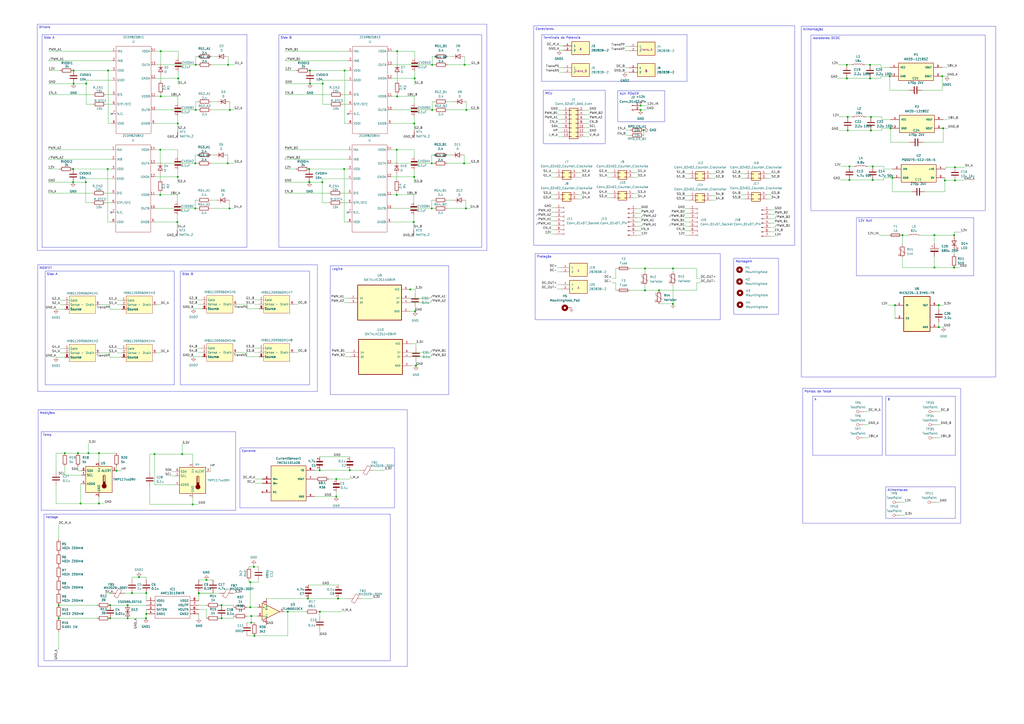
<source format=kicad_sch>
(kicad_sch (version 20230121) (generator eeschema)
  (paper "A2")
  (title_block (title "Conversor DCDC para Energy Router") (rev "V1.0") (company "UNL-FCT") (comment 1 "Simão Bernardo Neves Afonso"))
  (lib_symbols
    (symbol "282838-2:282838-2" (pin_names (offset 1.016))
      (property "Reference" "J" (at -5.58 5.08 0))
      (property "Value" "282838-2" (at -5.08 -5.08 0))
      (symbol "282838-2_0_0"
        (pin passive line (at -10.16 2.54 0) (length 5.08) (name "1") (number "1"))
        (pin passive line (at -10.16 0 0) (length 5.08) (name "2") (number "2"))
      )
    )
    (symbol "2EDR8258_1"
      (property "Reference" "2EDR8258X" (at 0 2.54 0))
      (property "Value" "U" (at 0 5.08 0))
      (symbol "2EDR8258_1_1_1"
        (pin input line (at -12.7 -2.794 0) (length 2.54) (name "INA") (number "1"))
        (pin input line (at 12.7 -36.83 180) (length 2.54) (name "OUTB") (number "10"))
        (pin input line (at 12.7 -28.956 180) (length 2.54) (name "VDDB") (number "11"))
        (pin input line (at 12.7 -18.542 180) (length 2.54) (name "GNDA") (number "12"))
        (pin input line (at 12.7 -10.668 180) (length 2.54) (name "OUTA") (number "13"))
        (pin input line (at 12.7 -2.794 180) (length 2.54) (name "VDDA") (number "14"))
        (pin input line (at -12.7 -8.382 0) (length 2.54) (name "INB") (number "2"))
        (pin input line (at -12.7 -13.97 0) (length 2.54) (name "VDDI") (number "3"))
        (pin input line (at -12.7 -19.558 0) (length 2.54) (name "GNDI") (number "4"))
        (pin input line (at -12.7 -27.94 0) (length 2.54) (name "DIS") (number "5"))
        (pin input line (at -12.7 -33.528 0) (length 2.54) (name "STP/DTC") (number "6"))
        (pin input line (at -12.7 -39.116 0) (length 2.54) (name "N.C.") (number "7"))
        (pin input line (at -12.7 -44.704 0) (length 2.54) (name "VDDI") (number "8"))
        (pin input line (at 12.7 -44.704 180) (length 2.54) (name "GNDB") (number "9"))
      )
    )
    (symbol "AM2D-1218SZ:AM2D-1218SZ" (pin_names (offset 1.016))
      (property "Reference" "P" (at 7.6217 6.3514 0))
      (property "Value" "AM2D-1218SZ" (at 7.6238 -0.5083 0))
      (symbol "AM2D-1218SZ_0_0"
        (pin bidirectional line (at -7.62 2.54 0) (length 5.08) (name "VCC") (number "1"))
        (pin bidirectional line (at -7.62 -2.54 0) (length 5.08) (name "GND") (number "2"))
        (pin bidirectional line (at 22.86 -2.54 180) (length 5.08) (name "GOUT") (number "3"))
        (pin bidirectional line (at 22.86 2.54 180) (length 5.08) (name "VOUT") (number "5"))
      )
    )
    (symbol "Amplifier_Operational:TLV6001DCK" (pin_names (offset 0.127))
      (property "Reference" "U" (at 7.62 2.54 0))
      (property "Value" "TLV6001DCK" (at 11.43 -2.54 0))
      (symbol "TLV6001DCK_1_1"
        (pin input line (at -5.08 2.54 0) (length 2.54) (name "+") (number "1"))
        (pin power_in line (at 0 -7.62 90) (length 3.81) (name "V-") (number "2"))
        (pin input line (at -5.08 -2.54 0) (length 2.54) (name "-") (number "3"))
        (pin output line (at 10.16 0 180) (length 2.54) (name "~") (number "4"))
        (pin power_in line (at 0 7.62 270) (length 3.81) (name "V+") (number "5"))
      )
    )
    (symbol "CL21B104KBCNNNC:CL21B104KBCNNNC" (pin_names (offset 1.016))
      (property "Reference" "C" (at 0 3.81 0))
      (property "Value" "CL21B104KBCNNNC" (at 0 -5.08 0))
      (symbol "CL21B104KBCNNNC_0_0"
        (pin passive line (at 5.08 0 180) (length 2.54) (name "~") (number "1"))
        (pin passive line (at -2.54 0 0) (length 2.54) (name "~") (number "2"))
      )
    )
    (symbol "Connector:Conn_01x02_Pin" (pin_names (offset 1.016) hide)
      (property "Reference" "J" (at 0 2.54 0))
      (property "Value" "Conn_01x02_Pin" (at 0 -5.08 0))
      (symbol "Conn_01x02_Pin_1_1"
        (pin passive line (at 5.08 0 180) (length 3.81) (name "Pin_1") (number "1"))
        (pin passive line (at 5.08 -2.54 180) (length 3.81) (name "Pin_2") (number "2"))
      )
    )
    (symbol "Connector:Conn_01x07_Pin" (pin_names (offset 1.016) hide)
      (property "Reference" "J" (at 0 10.16 0))
      (property "Value" "Conn_01x07_Pin" (at 0 -10.16 0))
      (symbol "Conn_01x07_Pin_1_1"
        (pin passive line (at 5.08 7.62 180) (length 3.81) (name "Pin_1") (number "1"))
        (pin passive line (at 5.08 5.08 180) (length 3.81) (name "Pin_2") (number "2"))
        (pin passive line (at 5.08 2.54 180) (length 3.81) (name "Pin_3") (number "3"))
        (pin passive line (at 5.08 0 180) (length 3.81) (name "Pin_4") (number "4"))
        (pin passive line (at 5.08 -2.54 180) (length 3.81) (name "Pin_5") (number "5"))
        (pin passive line (at 5.08 -5.08 180) (length 3.81) (name "Pin_6") (number "6"))
        (pin passive line (at 5.08 -7.62 180) (length 3.81) (name "Pin_7") (number "7"))
      )
    )
    (symbol "Connector:Conn_01x07_Socket" (pin_names (offset 1.016) hide)
      (property "Reference" "J" (at 0 10.16 0))
      (property "Value" "Conn_01x07_Socket" (at 0 -10.16 0))
      (symbol "Conn_01x07_Socket_1_1"
        (pin passive line (at -5.08 7.62 0) (length 3.81) (name "Pin_1") (number "1"))
        (pin passive line (at -5.08 5.08 0) (length 3.81) (name "Pin_2") (number "2"))
        (pin passive line (at -5.08 2.54 0) (length 3.81) (name "Pin_3") (number "3"))
        (pin passive line (at -5.08 0 0) (length 3.81) (name "Pin_4") (number "4"))
        (pin passive line (at -5.08 -2.54 0) (length 3.81) (name "Pin_5") (number "5"))
        (pin passive line (at -5.08 -5.08 0) (length 3.81) (name "Pin_6") (number "6"))
        (pin passive line (at -5.08 -7.62 0) (length 3.81) (name "Pin_7") (number "7"))
      )
    )
    (symbol "Connector:TestPoint" (pin_numbers hide) (pin_names (offset 0.762) hide)
      (property "Reference" "TP" (at 0 6.858 0))
      (property "Value" "TestPoint" (at 0 5.08 0))
      (symbol "TestPoint_1_1"
        (pin passive line (at 0 0 90) (length 2.54) (name "1") (number "1"))
      )
    )
    (symbol "Connector_Generic:Conn_02x02_Counter_Clockwise" (pin_names (offset 1.016) hide)
      (property "Reference" "J" (at 1.27 2.54 0))
      (property "Value" "Conn_02x02_Counter_Clockwise" (at 1.27 -5.08 0))
      (symbol "Conn_02x02_Counter_Clockwise_1_1"
        (pin passive line (at -5.08 0 0) (length 3.81) (name "Pin_1") (number "1"))
        (pin passive line (at -5.08 -2.54 0) (length 3.81) (name "Pin_2") (number "2"))
        (pin passive line (at 7.62 -2.54 180) (length 3.81) (name "Pin_3") (number "3"))
        (pin passive line (at 7.62 0 180) (length 3.81) (name "Pin_4") (number "4"))
      )
    )
    (symbol "Connector_Generic:Conn_02x07_Odd_Even" (pin_names (offset 1.016) hide)
      (property "Reference" "J" (at 1.27 10.16 0))
      (property "Value" "Conn_02x07_Odd_Even" (at 1.27 -10.16 0))
      (symbol "Conn_02x07_Odd_Even_1_1"
        (pin passive line (at -5.08 7.62 0) (length 3.81) (name "Pin_1") (number "1"))
        (pin passive line (at 7.62 -2.54 180) (length 3.81) (name "Pin_10") (number "10"))
        (pin passive line (at -5.08 -5.08 0) (length 3.81) (name "Pin_11") (number "11"))
        (pin passive line (at 7.62 -5.08 180) (length 3.81) (name "Pin_12") (number "12"))
        (pin passive line (at -5.08 -7.62 0) (length 3.81) (name "Pin_13") (number "13"))
        (pin passive line (at 7.62 -7.62 180) (length 3.81) (name "Pin_14") (number "14"))
        (pin passive line (at 7.62 7.62 180) (length 3.81) (name "Pin_2") (number "2"))
        (pin passive line (at -5.08 5.08 0) (length 3.81) (name "Pin_3") (number "3"))
        (pin passive line (at 7.62 5.08 180) (length 3.81) (name "Pin_4") (number "4"))
        (pin passive line (at -5.08 2.54 0) (length 3.81) (name "Pin_5") (number "5"))
        (pin passive line (at 7.62 2.54 180) (length 3.81) (name "Pin_6") (number "6"))
        (pin passive line (at -5.08 0 0) (length 3.81) (name "Pin_7") (number "7"))
        (pin passive line (at 7.62 0 180) (length 3.81) (name "Pin_8") (number "8"))
        (pin passive line (at -5.08 -2.54 0) (length 3.81) (name "Pin_9") (number "9"))
      )
    )
    (symbol "DAQ_PCB-rescue:AMC1311DWVR-SamacSys_Parts" (pin_names (offset 0.762))
      (property "Reference" "IC" (at 26.67 7.62 0))
      (property "Value" "SamacSys_Parts_AMC1311DWVR" (at 26.67 5.08 0))
      (symbol "AMC1311DWVR-SamacSys_Parts_0_0"
        (pin passive line (at 0 0 0) (length 5.08) (name "VDD1") (number "1"))
        (pin passive line (at 0 -2.54 0) (length 5.08) (name "VIN") (number "2"))
        (pin passive line (at 0 -5.08 0) (length 5.08) (name "SHTDN") (number "3"))
        (pin passive line (at 0 -7.62 0) (length 5.08) (name "GND1") (number "4"))
        (pin passive line (at 30.48 -7.62 180) (length 5.08) (name "GND2") (number "5"))
        (pin passive line (at 30.48 -5.08 180) (length 5.08) (name "VOUTN") (number "6"))
        (pin passive line (at 30.48 -2.54 180) (length 5.08) (name "VOUTP") (number "7"))
        (pin passive line (at 30.48 0 180) (length 5.08) (name "VDD2") (number "8"))
      )
    )
    (symbol "DAQ_PCB-rescue:Ferrite_Bead-Device" (pin_numbers hide) (pin_names (offset 0))
      (property "Reference" "FB" (at -3.81 0.635 90))
      (property "Value" "Device_Ferrite_Bead" (at 3.81 0 90))
      (symbol "Ferrite_Bead-Device_1_1"
        (pin passive line (at 0 3.81 270) (length 2.54) (name "~") (number "1"))
        (pin passive line (at 0 -3.81 90) (length 2.54) (name "~") (number "2"))
      )
    )
    (symbol "Device:C" (pin_numbers hide) (pin_names (offset 0.254))
      (property "Reference" "C" (at 0.635 2.54 0))
      (property "Value" "C" (at 0.635 -2.54 0))
      (symbol "C_1_1"
        (pin passive line (at 0 3.81 270) (length 2.794) (name "~") (number "1"))
        (pin passive line (at 0 -3.81 90) (length 2.794) (name "~") (number "2"))
      )
    )
    (symbol "Device:C_Polarized" (pin_numbers hide) (pin_names (offset 0.254))
      (property "Reference" "C" (at 0.635 2.54 0))
      (property "Value" "C_Polarized" (at 0.635 -2.54 0))
      (symbol "C_Polarized_1_1"
        (pin passive line (at 0 3.81 270) (length 2.794) (name "~") (number "1"))
        (pin passive line (at 0 -3.81 90) (length 2.794) (name "~") (number "2"))
      )
    )
    (symbol "Device:D" (pin_numbers hide) (pin_names (offset 1.016) hide)
      (property "Reference" "D" (at 0 2.54 0))
      (property "Value" "D" (at 0 -2.54 0))
      (symbol "D_1_1"
        (pin passive line (at -3.81 0 0) (length 2.54) (name "K") (number "1"))
        (pin passive line (at 3.81 0 180) (length 2.54) (name "A") (number "2"))
      )
    )
    (symbol "Device:Fuse" (pin_numbers hide) (pin_names (offset 0))
      (property "Reference" "F" (at 2.032 0 90))
      (property "Value" "Fuse" (at -1.905 0 90))
      (symbol "Fuse_1_1"
        (pin passive line (at 0 3.81 270) (length 1.27) (name "~") (number "1"))
        (pin passive line (at 0 -3.81 90) (length 1.27) (name "~") (number "2"))
      )
    )
    (symbol "Device:L" (pin_numbers hide) (pin_names (offset 1.016) hide)
      (property "Reference" "L" (at -1.27 0 90))
      (property "Value" "L" (at 1.905 0 90))
      (symbol "L_1_1"
        (pin passive line (at 0 3.81 270) (length 1.27) (name "1") (number "1"))
        (pin passive line (at 0 -3.81 90) (length 1.27) (name "2") (number "2"))
      )
    )
    (symbol "Device:LED" (pin_numbers hide) (pin_names (offset 1.016) hide)
      (property "Reference" "D" (at 0 2.54 0))
      (property "Value" "LED" (at 0 -2.54 0))
      (symbol "LED_1_1"
        (pin passive line (at -3.81 0 0) (length 2.54) (name "K") (number "1"))
        (pin passive line (at 3.81 0 180) (length 2.54) (name "A") (number "2"))
      )
    )
    (symbol "Device:NetTie_2" (pin_numbers hide) (pin_names (offset 0) hide) (in_bom no)
      (property "Reference" "NT" (at 0 1.27 0))
      (property "Value" "NetTie_2" (at 0 -1.27 0))
      (symbol "NetTie_2_1_1"
        (pin passive line (at -2.54 0 0) (length 2.54) (name "1") (number "1"))
        (pin passive line (at 2.54 0 180) (length 2.54) (name "2") (number "2"))
      )
    )
    (symbol "Device:R" (pin_numbers hide) (pin_names (offset 0))
      (property "Reference" "R" (at 2.032 0 90))
      (property "Value" "R" (at 0 0 90))
      (symbol "R_1_1"
        (pin passive line (at 0 3.81 270) (length 1.27) (name "~") (number "1"))
        (pin passive line (at 0 -3.81 90) (length 1.27) (name "~") (number "2"))
      )
    )
    (symbol "Device:Varistor" (pin_numbers hide) (pin_names (offset 0))
      (property "Reference" "RV" (at 3.175 0 90))
      (property "Value" "Varistor" (at -3.175 0 90))
      (symbol "Varistor_0_0"
        (text "U" (at -1.778 -2.032 0) (effects (font (size 1.27 1.27))))
      )
      (symbol "Varistor_1_1"
        (pin passive line (at 0 3.81 270) (length 1.27) (name "~") (number "1"))
        (pin passive line (at 0 -3.81 90) (length 1.27) (name "~") (number "2"))
      )
    )
    (symbol "Diode:ESD9B5.0ST5G" (pin_numbers hide) (pin_names (offset 1.016) hide)
      (property "Reference" "D" (at 0 2.54 0))
      (property "Value" "ESD9B5.0ST5G" (at 0 -2.54 0))
      (symbol "ESD9B5.0ST5G_1_1"
        (pin passive line (at -3.81 0 0) (length 2.54) (name "A1") (number "1"))
        (pin passive line (at 3.81 0 180) (length 2.54) (name "A2") (number "2"))
      )
    )
    (symbol "IMBG120R060M1H_1"
      (property "Reference" "IMBG120R060M1H" (at 0 7.62 0))
      (symbol "IMBG120R060M1H_1_1_1"
        (pin input line (at -10.16 2.54 0) (length 2.54) (name "Gate") (number "1"))
        (pin bidirectional line (at -10.16 0 0) (length 2.54) (name "Sense") (number "2"))
        (pin input line (at -10.16 -2.54 0) (length 2.54) (name "Source") (number "3"))
        (pin input line (at -10.16 -2.54 0) (length 2.54) (name "Source") (number "4"))
        (pin input line (at -10.16 -2.54 0) (length 2.54) (name "Source") (number "5"))
        (pin input line (at -10.16 -2.54 0) (length 2.54) (name "Source") (number "6"))
        (pin input line (at -10.16 -2.54 0) (length 2.54) (name "Source") (number "7"))
        (pin bidirectional line (at 10.16 0 180) (length 2.54) (name "Drain") (number "8"))
      )
    )
    (symbol "IMBG120R060M1H_2"
      (property "Reference" "IMBG120R060M1H" (at 0 7.62 0))
      (symbol "IMBG120R060M1H_2_1_1"
        (pin input line (at -10.16 2.54 0) (length 2.54) (name "Gate") (number "1"))
        (pin bidirectional line (at -10.16 0 0) (length 2.54) (name "Sense") (number "2"))
        (pin input line (at -10.16 -2.54 0) (length 2.54) (name "Source") (number "3"))
        (pin input line (at -10.16 -2.54 0) (length 2.54) (name "Source") (number "4"))
        (pin input line (at -10.16 -2.54 0) (length 2.54) (name "Source") (number "5"))
        (pin input line (at -10.16 -2.54 0) (length 2.54) (name "Source") (number "6"))
        (pin input line (at -10.16 -2.54 0) (length 2.54) (name "Source") (number "7"))
        (pin bidirectional line (at 10.16 0 180) (length 2.54) (name "Drain") (number "8"))
      )
    )
    (symbol "IMBG120R060M1H_3"
      (property "Reference" "IMBG120R060M1H" (at 0 7.62 0))
      (symbol "IMBG120R060M1H_3_1_1"
        (pin input line (at -10.16 2.54 0) (length 2.54) (name "Gate") (number "1"))
        (pin bidirectional line (at -10.16 0 0) (length 2.54) (name "Sense") (number "2"))
        (pin input line (at -10.16 -2.54 0) (length 2.54) (name "Source") (number "3"))
        (pin input line (at -10.16 -2.54 0) (length 2.54) (name "Source") (number "4"))
        (pin input line (at -10.16 -2.54 0) (length 2.54) (name "Source") (number "5"))
        (pin input line (at -10.16 -2.54 0) (length 2.54) (name "Source") (number "6"))
        (pin input line (at -10.16 -2.54 0) (length 2.54) (name "Source") (number "7"))
        (pin bidirectional line (at 10.16 0 180) (length 2.54) (name "Drain") (number "8"))
      )
    )
    (symbol "IMBG120R060M1H_4"
      (property "Reference" "IMBG120R060M1H" (at 0 7.62 0))
      (symbol "IMBG120R060M1H_4_1_1"
        (pin input line (at -10.16 2.54 0) (length 2.54) (name "Gate") (number "1"))
        (pin bidirectional line (at -10.16 0 0) (length 2.54) (name "Sense") (number "2"))
        (pin input line (at -10.16 -2.54 0) (length 2.54) (name "Source") (number "3"))
        (pin input line (at -10.16 -2.54 0) (length 2.54) (name "Source") (number "4"))
        (pin input line (at -10.16 -2.54 0) (length 2.54) (name "Source") (number "5"))
        (pin input line (at -10.16 -2.54 0) (length 2.54) (name "Source") (number "6"))
        (pin input line (at -10.16 -2.54 0) (length 2.54) (name "Source") (number "7"))
        (pin bidirectional line (at 10.16 0 180) (length 2.54) (name "Drain") (number "8"))
      )
    )
    (symbol "IMBG120R060M1H_5"
      (property "Reference" "IMBG120R060M1H" (at 0 7.62 0))
      (symbol "IMBG120R060M1H_5_1_1"
        (pin input line (at -10.16 2.54 0) (length 2.54) (name "Gate") (number "1"))
        (pin bidirectional line (at -10.16 0 0) (length 2.54) (name "Sense") (number "2"))
        (pin input line (at -10.16 -2.54 0) (length 2.54) (name "Source") (number "3"))
        (pin input line (at -10.16 -2.54 0) (length 2.54) (name "Source") (number "4"))
        (pin input line (at -10.16 -2.54 0) (length 2.54) (name "Source") (number "5"))
        (pin input line (at -10.16 -2.54 0) (length 2.54) (name "Source") (number "6"))
        (pin input line (at -10.16 -2.54 0) (length 2.54) (name "Source") (number "7"))
        (pin bidirectional line (at 10.16 0 180) (length 2.54) (name "Drain") (number "8"))
      )
    )
    (symbol "IMBG120R060M1H_6"
      (property "Reference" "IMBG120R060M1H" (at 0 7.62 0))
      (symbol "IMBG120R060M1H_6_1_1"
        (pin input line (at -10.16 2.54 0) (length 2.54) (name "Gate") (number "1"))
        (pin bidirectional line (at -10.16 0 0) (length 2.54) (name "Sense") (number "2"))
        (pin input line (at -10.16 -2.54 0) (length 2.54) (name "Source") (number "3"))
        (pin input line (at -10.16 -2.54 0) (length 2.54) (name "Source") (number "4"))
        (pin input line (at -10.16 -2.54 0) (length 2.54) (name "Source") (number "5"))
        (pin input line (at -10.16 -2.54 0) (length 2.54) (name "Source") (number "6"))
        (pin input line (at -10.16 -2.54 0) (length 2.54) (name "Source") (number "7"))
        (pin bidirectional line (at 10.16 0 180) (length 2.54) (name "Drain") (number "8"))
      )
    )
    (symbol "IMBG120R060M1H_7"
      (property "Reference" "IMBG120R060M1H" (at 0 7.62 0))
      (symbol "IMBG120R060M1H_7_1_1"
        (pin input line (at -10.16 2.54 0) (length 2.54) (name "Gate") (number "1"))
        (pin bidirectional line (at -10.16 0 0) (length 2.54) (name "Sense") (number "2"))
        (pin input line (at -10.16 -2.54 0) (length 2.54) (name "Source") (number "3"))
        (pin input line (at -10.16 -2.54 0) (length 2.54) (name "Source") (number "4"))
        (pin input line (at -10.16 -2.54 0) (length 2.54) (name "Source") (number "5"))
        (pin input line (at -10.16 -2.54 0) (length 2.54) (name "Source") (number "6"))
        (pin input line (at -10.16 -2.54 0) (length 2.54) (name "Source") (number "7"))
        (pin bidirectional line (at 10.16 0 180) (length 2.54) (name "Drain") (number "8"))
      )
    )
    (symbol "MIC5225-3.3YM5-TR:MIC5225-3.3YM5-TR" (pin_names (offset 1.016))
      (property "Reference" "U" (at -7.6494 11.1911 0))
      (property "Value" "MIC5225-3.3YM5-TR" (at -7.917 -13.1966 0))
      (symbol "MIC5225-3.3YM5-TR_0_0"
        (pin input line (at -12.7 5.08 0) (length 5.08) (name "IN") (number "1"))
        (pin power_in line (at 12.7 -7.62 180) (length 5.08) (name "GND") (number "2"))
        (pin input line (at -12.7 -2.54 0) (length 5.08) (name "EN") (number "3"))
        (pin output line (at 12.7 5.08 180) (length 5.08) (name "OUT") (number "5"))
      )
    )
    (symbol "Mechanical:MountingHole" (pin_names (offset 1.016))
      (property "Reference" "H" (at 0 5.08 0))
      (property "Value" "MountingHole" (at 0 3.175 0))
    )
    (symbol "Mechanical:MountingHole_Pad" (pin_numbers hide) (pin_names (offset 1.016) hide)
      (property "Reference" "H" (at 0 6.35 0))
      (property "Value" "MountingHole_Pad" (at 0 4.445 0))
      (symbol "MountingHole_Pad_1_1"
        (pin input line (at 0 -2.54 90) (length 2.54) (name "1") (number "1"))
      )
    )
    (symbol "NMOS_IMBG120R060M1H:IMBG120R060M1H"
      (property "Reference" "IMBG120R060M1H" (at 0 7.62 0))
      (symbol "IMBG120R060M1H_1_1"
        (pin input line (at -10.16 2.54 0) (length 2.54) (name "Gate") (number "1"))
        (pin bidirectional line (at -10.16 0 0) (length 2.54) (name "Sense") (number "2"))
        (pin input line (at -10.16 -2.54 0) (length 2.54) (name "Source") (number "3"))
        (pin input line (at -10.16 -2.54 0) (length 2.54) (name "Source") (number "4"))
        (pin input line (at -10.16 -2.54 0) (length 2.54) (name "Source") (number "5"))
        (pin input line (at -10.16 -2.54 0) (length 2.54) (name "Source") (number "6"))
        (pin input line (at -10.16 -2.54 0) (length 2.54) (name "Source") (number "7"))
        (pin bidirectional line (at 10.16 0 180) (length 2.54) (name "Drain") (number "8"))
      )
    )
    (symbol "PQS075-S12-S5-S:PQS075-S12-S5-S" (pin_names (offset 1.016))
      (property "Reference" "U" (at -10.16 6.35 0))
      (property "Value" "PQS075-S12-S5-S" (at -10.16 -7.62 0))
      (symbol "PQS075-S12-S5-S_0_0"
        (pin power_in line (at -15.24 -2.54 0) (length 5.08) (name "GND") (number "1"))
        (pin input line (at -15.24 2.54 0) (length 5.08) (name "VIN") (number "2"))
        (pin output line (at 15.24 -2.54 180) (length 5.08) (name "0V") (number "3"))
        (pin output line (at 15.24 2.54 180) (length 5.08) (name "+VO") (number "4"))
      )
    )
    (symbol "SN74LVC2G14DBVR:SN74LVC2G14DBVR" (pin_names (offset 1.016))
      (property "Reference" "U" (at -12.7 11.16 0))
      (property "Value" "SN74LVC2G14DBVR" (at -12.7 -14.16 0))
      (symbol "SN74LVC2G14DBVR_0_0"
        (pin input line (at -17.78 2.54 0) (length 5.08) (name "1A") (number "1"))
        (pin power_in line (at 17.78 -5.08 180) (length 5.08) (name "GND") (number "2"))
        (pin input line (at -17.78 0 0) (length 5.08) (name "2A") (number "3"))
        (pin output line (at 17.78 0 180) (length 5.08) (name "2Y") (number "4"))
        (pin power_in line (at 17.78 7.62 180) (length 5.08) (name "VCC") (number "5"))
        (pin output line (at 17.78 2.54 180) (length 5.08) (name "1Y") (number "6"))
      )
    )
    (symbol "Sensor_Temperature:TMP117xxDRV"
      (property "Reference" "U" (at -2.54 10.795 0))
      (property "Value" "TMP117xxDRV" (at -2.54 8.89 0))
      (symbol "TMP117xxDRV_1_1"
        (pin input line (at -10.16 2.54 0) (length 2.54) (name "SCL") (number "1"))
        (pin power_in line (at 0 -10.16 90) (length 2.54) (name "GND") (number "2"))
        (pin open_collector line (at 10.16 5.08 180) (length 2.54) (name "ALERT") (number "3"))
        (pin input line (at -10.16 -2.54 0) (length 2.54) (name "ADD0") (number "4"))
        (pin power_in line (at 0 10.16 270) (length 2.54) (name "V+") (number "5"))
        (pin bidirectional line (at -10.16 5.08 0) (length 2.54) (name "SDA") (number "6"))
      )
    )
    (symbol "TMCS1108A2BQDRQ1:TMCS1108A2BQDRQ1" (pin_names (offset 1.016))
      (property "Reference" "U" (at -10.16 11.049 0))
      (property "Value" "TMCS1108A2BQDRQ1" (at -10.16 -12.7 0))
      (symbol "TMCS1108A2BQDRQ1_0_0"
        (pin input line (at -15.24 2.54 0) (length 5.08) (name "IN+") (number "1"))
        (pin input line (at -15.24 2.54 0) (length 5.08) (name "IN+") (number "2"))
        (pin input line (at -15.24 0 0) (length 5.08) (name "IN-") (number "3"))
        (pin input line (at -15.24 0 0) (length 5.08) (name "IN-") (number "4"))
        (pin power_in line (at 15.24 -7.62 180) (length 5.08) (name "GND") (number "5"))
        (pin no_connect line (at -15.24 -5.08 0) (length 5.08) (name "NC") (number "6"))
        (pin output line (at 15.24 2.54 180) (length 5.08) (name "VOUT") (number "7"))
        (pin power_in line (at 15.24 7.62 180) (length 5.08) (name "VS") (number "8"))
      )
    )
    (symbol "power:+12V" (power) (pin_names (offset 0))
      (property "Value" "+12V" (at 0 3.556 0))
      (symbol "+12V_1_1"
        (pin power_in line (at 0 0 90) (length 0) hide (name "+12V") (number "1"))
      )
    )
    (symbol "power:Earth" (power) (pin_names (offset 0))
      (symbol "Earth_1_1"
        (pin power_in line (at 0 0 270) (length 0) hide (name "Earth") (number "1"))
      )
    )
    (symbol "power:GND" (power) (pin_names (offset 0))
      (property "Value" "GND" (at 0 -3.81 0))
      (symbol "GND_1_1"
        (pin power_in line (at 0 0 270) (length 0) hide (name "GND") (number "1"))
      )
    )
    (symbol "power:GND1" (power) (pin_names (offset 0))
      (property "Value" "GND1" (at 0 -3.81 0))
      (symbol "GND1_1_1"
        (pin power_in line (at 0 0 270) (length 0) hide (name "GND1") (number "1"))
      )
    )
    (symbol "power:GND2" (power) (pin_names (offset 0))
      (property "Value" "GND2" (at 0 -3.81 0))
      (symbol "GND2_1_1"
        (pin power_in line (at 0 0 270) (length 0) hide (name "GND2") (number "1"))
      )
    )
  )
  (junction (at 240.03 128.778))
  (junction (at 270.51 63.754))
  (junction (at 505.206 75.692))
  (junction (at 506.222 104.394))
  (junction (at 240.284 71.628))
  (junction (at 542.036 136.398))
  (junction (at 505.206 67.818))
  (junction (at 523.494 136.398))
  (junction (at 553.466 155.194))
  (junction (at 250.698 63.754))
  (junction (at 84.836 356.108))
  (junction (at 230.124 86.868))
  (junction (at 102.87 128.778))
  (junction (at 74.041 351.028))
  (junction (at 93.218 29.718))
  (junction (at 491.236 45.466))
  (junction (at 374.142 155.702))
  (junction (at 89.662 263.398))
  (junction (at 492.76 104.394))
  (junction (at 390.398 176.276))
  (junction (at 34.036 351.028))
  (junction (at 199.898 40.894))
  (junction (at 113.538 63.754))
  (junction (at 119.761 336.423))
  (junction (at 240.538 45.466))
  (junction (at 491.744 75.692))
  (junction (at 374.142 168.402))
  (junction (at 103.378 45.466))
  (junction (at 202.946 272.796))
  (junction (at 63.881 358.648))
  (junction (at 113.284 120.904))
  (junction (at 93.218 55.88))
  (junction (at 491.744 67.818))
  (junction (at 547.116 74.422))
  (junction (at 51.308 262.89))
  (junction (at 269.24 94.742))
  (junction (at 553.466 136.398))
  (junction (at 517.652 103.124))
  (junction (at 45.212 262.89))
  (junction (at 230.124 113.03))
  (junction (at 491.236 37.592))
  (junction (at 50.038 48.514))
  (junction (at 185.547 354.838))
  (junction (at 553.974 97.028))
  (junction (at 546.608 44.196))
  (junction (at 237.998 167.894))
  (junction (at 542.036 155.194))
  (junction (at 241.3 212.09))
  (junction (at 62.738 40.894))
  (junction (at 240.792 180.594))
  (junction (at 179.324 105.664))
  (junction (at 145.1864 337.7184))
  (junction (at 196.088 347.218))
  (junction (at 178.562 347.1926))
  (junction (at 145.7706 357.3526))
  (junction (at 49.784 105.664))
  (junction (at 128.524 358.648))
  (junction (at 230.378 29.718))
  (junction (at 84.709 358.648))
  (junction (at 250.444 120.904))
  (junction (at 544.576 189.738))
  (junction (at 115.316 344.17))
  (junction (at 519.176 177.038))
  (junction (at 42.418 98.044))
  (junction (at 166.9034 354.838))
  (junction (at 37.592 262.89))
  (junction (at 179.832 40.894))
  (junction (at 92.964 113.03))
  (junction (at 179.324 98.044))
  (junction (at 115.316 344.043))
  (junction (at 145.1864 352.2726))
  (junction (at 250.698 37.592))
  (junction (at 113.538 37.592))
  (junction (at 76.581 344.043))
  (junction (at 504.698 45.466))
  (junction (at 186.944 105.664))
  (junction (at 103.124 102.616))
  (junction (at 195.072 277.876))
  (junction (at 270.256 120.904))
  (junction (at 250.444 94.742))
  (junction (at 111.76 292.608))
  (junction (at 113.284 94.742))
  (junction (at 179.578 105.664))
  (junction (at 269.494 37.592))
  (junction (at 34.036 358.648))
  (junction (at 42.672 40.894))
  (junction (at 185.42 272.796))
  (junction (at 492.76 96.52))
  (junction (at 57.404 262.89))
  (junction (at 240.284 102.616))
  (junction (at 147.2692 328.803))
  (junction (at 382.27 168.402))
  (junction (at 504.698 37.592))
  (junction (at 230.378 55.88))
  (junction (at 128.524 351.028))
  (junction (at 92.964 86.868))
  (junction (at 133.35 63.754))
  (junction (at 105.664 263.398))
  (junction (at 506.222 96.52))
  (junction (at 187.198 48.514))
  (junction (at 80.645 334.772))
  (junction (at 548.132 104.648))
  (junction (at 74.041 358.648))
  (junction (at 63.881 351.028))
  (junction (at 553.974 104.648))
  (junction (at 132.08 94.742))
  (junction (at 84.836 344.043))
  (junction (at 147.574 368.808))
  (junction (at 46.736 292.1))
  (junction (at 42.672 48.514))
  (junction (at 42.418 105.664))
  (junction (at 179.832 48.514))
  (junction (at 62.484 98.044))
  (junction (at 544.576 177.038))
  (junction (at 390.398 155.702))
  (junction (at 371.602 63.754))
  (junction (at 103.124 71.628))
  (junction (at 373.38 75.438))
  (junction (at 516.128 44.196))
  (junction (at 67.564 273.05))
  (junction (at 516.636 74.422))
  (junction (at 132.334 37.592))
  (junction (at 57.404 292.1))
  (junction (at 199.644 98.044))
  (junction (at 145.7706 361.188))
  (junction (at 195.072 288.036))
  (junction (at 371.602 61.214))
  (junction (at 133.096 120.904))
  (no_connect (at 201.676 123.19))
  (no_connect (at 201.93 66.04))
  (no_connect (at 64.77 66.04))
  (no_connect (at 64.516 123.19))
  (wire (pts (xy 34.036 376.682) (xy 34.036 366.268)))
  (wire (pts (xy 46.736 292.1) (xy 32.512 292.1)))
  (wire (pts (xy 72.39 344.17) (xy 72.39 344.043)))
  (wire (pts (xy 33.528 376.682) (xy 34.036 376.682)))
  (wire (pts (xy 185.42 264.922) (xy 202.946 264.922)))
  (wire (pts (xy 390.398 155.702) (xy 404.114 155.702)))
  (wire (pts (xy 500.888 254) (xy 503.682 254)))
  (wire (pts (xy 143.256 207.01) (xy 150.368 207.01)))
  (wire (pts (xy 337.566 102.743) (xy 335.026 102.743)))
  (wire (pts (xy 133.096 116.078) (xy 133.096 120.904)))
  (wire (pts (xy 89.662 263.398) (xy 105.664 263.398)))
  (wire (pts (xy 238.506 207.01) (xy 249.682 207.01)))
  (wire (pts (xy 165.354 48.514) (xy 179.832 48.514)))
  (wire (pts (xy 492.76 96.52) (xy 495.554 96.52)))
  (wire (pts (xy 190.754 117.602) (xy 186.944 117.602)))
  (wire (pts (xy 89.916 120.904) (xy 113.284 120.904)))
  (wire (pts (xy 195.072 277.876) (xy 202.946 277.876)))
  (wire (pts (xy 519.176 184.658) (xy 519.176 177.038)))
  (wire (pts (xy 132.334 37.592) (xy 136.144 37.592)))
  (wire (pts (xy 34.036 304.292) (xy 34.036 312.928)))
  (wire (pts (xy 190.754 277.876) (xy 195.072 277.876)))
  (wire (pts (xy 143.256 368.808) (xy 147.574 368.808)))
  (wire (pts (xy 447.421 112.903) (xy 444.881 112.903)))
  (wire (pts (xy 166.878 368.8334) (xy 166.878 368.808)))
  (wire (pts (xy 202.946 207.01) (xy 200.152 207.01)))
  (wire (pts (xy 548.64 98.044) (xy 548.132 98.044)))
  (wire (pts (xy 259.588 58.928) (xy 262.89 58.928)))
  (wire (pts (xy 506.222 104.394) (xy 512.572 104.394)))
  (wire (pts (xy 449.326 134.493) (xy 446.786 134.493)))
  (wire (pts (xy 382.27 168.402) (xy 374.142 168.402)))
  (wire (pts (xy 511.048 44.196) (xy 516.128 44.196)))
  (wire (pts (xy 127.381 351.028) (xy 128.524 351.028)))
  (wire (pts (xy 449.326 129.413) (xy 446.786 129.413)))
  (wire (pts (xy 49.784 117.602) (xy 49.784 105.664)))
  (wire (pts (xy 128.524 351.028) (xy 135.636 351.028)))
  (wire (pts (xy 101.6 276.098) (xy 99.568 276.098)))
  (wire (pts (xy 227.076 113.03) (xy 230.124 113.03)))
  (wire (pts (xy 165.1 105.664) (xy 179.324 105.664)))
  (wire (pts (xy 429.641 100.838) (xy 432.181 100.838)))
  (wire (pts (xy 191.008 60.452) (xy 187.198 60.452)))
  (wire (pts (xy 230.378 44.196) (xy 230.378 46.99)))
  (wire (pts (xy 240.792 178.054) (xy 240.792 180.594)))
  (wire (pts (xy 449.326 124.333) (xy 446.786 124.333)))
  (wire (pts (xy 326.39 79.248) (xy 323.596 79.248)))
  (wire (pts (xy 511.048 39.116) (xy 511.048 37.592)))
  (wire (pts (xy 542.036 148.844) (xy 542.036 155.194)))
  (wire (pts (xy 111.76 292.608) (xy 115.062 292.608)))
  (wire (pts (xy 145.1864 352.2726) (xy 149.479 352.2726)))
  (wire (pts (xy 147.2692 328.803) (xy 144.399 328.803)))
  (wire (pts (xy 397.256 113.538) (xy 399.796 113.538)))
  (wire (pts (xy 250.444 89.916) (xy 250.444 94.742)))
  (wire (pts (xy 102.87 128.778) (xy 89.916 128.778)))
  (wire (pts (xy 144.399 337.7184) (xy 145.1864 337.7184)))
  (wire (pts (xy 143.256 352.298) (xy 145.1864 352.298)))
  (wire (pts (xy 128.524 358.648) (xy 127.381 358.648)))
  (wire (pts (xy 93.218 29.718) (xy 103.378 29.718)))
  (wire (pts (xy 182.626 272.796) (xy 185.42 272.796)))
  (wire (pts (xy 251.968 32.766) (xy 250.698 32.766)))
  (wire (pts (xy 178.816 339.344) (xy 196.342 339.344)))
  (wire (pts (xy 53.594 117.602) (xy 49.784 117.602)))
  (wire (pts (xy 92.964 101.346) (xy 92.964 104.14)))
  (wire (pts (xy 42.164 98.044) (xy 42.418 98.044)))
  (wire (pts (xy 516.636 69.342) (xy 511.556 69.342)))
  (wire (pts (xy 113.284 116.078) (xy 113.284 120.904)))
  (wire (pts (xy 46.736 280.67) (xy 47.244 280.67)))
  (wire (pts (xy 397.256 100.838) (xy 399.796 100.838)))
  (wire (pts (xy 111.76 288.798) (xy 111.76 292.608)))
  (wire (pts (xy 548.132 111.252) (xy 548.132 104.648)))
  (wire (pts (xy 449.326 131.953) (xy 446.786 131.953)))
  (wire (pts (xy 166.878 368.808) (xy 147.574 368.808)))
  (wire (pts (xy 390.398 165.354) (xy 390.398 176.276)))
  (wire (pts (xy 170.688 204.47) (xy 172.974 204.47)))
  (wire (pts (xy 325.374 167.64) (xy 323.088 167.64)))
  (wire (pts (xy 259.588 32.766) (xy 261.874 32.766)))
  (wire (pts (xy 148.082 280.416) (xy 152.146 280.416)))
  (wire (pts (xy 57.404 262.89) (xy 67.564 262.89)))
  (wire (pts (xy 37.592 275.59) (xy 37.592 270.51)))
  (wire (pts (xy 143.51 179.07) (xy 150.368 179.07)))
  (wire (pts (xy 90.932 204.724) (xy 93.218 204.724)))
  (wire (pts (xy 365.506 168.402) (xy 374.142 168.402)))
  (wire (pts (xy 259.588 37.592) (xy 269.494 37.592)))
  (wire (pts (xy 72.39 344.043) (xy 76.581 344.043)))
  (wire (pts (xy 119.761 353.568) (xy 119.761 358.648)))
  (wire (pts (xy 548.132 104.648) (xy 553.974 104.648)))
  (wire (pts (xy 196.088 346.964) (xy 196.088 347.218)))
  (wire (pts (xy 230.378 29.718) (xy 240.538 29.718)))
  (wire (pts (xy 27.94 105.664) (xy 42.418 105.664)))
  (wire (pts (xy 250.698 63.754) (xy 251.968 63.754)))
  (wire (pts (xy 89.662 281.178) (xy 89.662 263.398)))
  (wire (pts (xy 447.421 100.838) (xy 444.881 100.838)))
  (wire (pts (xy 37.592 262.89) (xy 45.212 262.89)))
  (wire (pts (xy 325.374 165.1) (xy 323.088 165.1)))
  (wire (pts (xy 103.124 55.88) (xy 103.124 59.944)))
  (wire (pts (xy 42.418 98.044) (xy 62.484 98.044)))
  (wire (pts (xy 113.284 89.916) (xy 113.284 94.742)))
  (wire (pts (xy 133.096 120.904) (xy 135.636 120.904)))
  (wire (pts (xy 553.974 104.648) (xy 559.308 104.648)))
  (wire (pts (xy 27.94 92.456) (xy 64.516 92.456)))
  (wire (pts (xy 429.641 115.443) (xy 432.181 115.443)))
  (wire (pts (xy 319.786 100.203) (xy 322.326 100.203)))
  (wire (pts (xy 122.428 58.928) (xy 125.73 58.928)))
  (wire (pts (xy 111.76 292.608) (xy 86.868 292.608)))
  (wire (pts (xy 60.96 344.17) (xy 64.516 344.17)))
  (wire (pts (xy 123.571 344.043) (xy 115.316 344.043)))
  (wire (pts (xy 102.87 124.714) (xy 102.87 128.778)))
  (wire (pts (xy 28.194 35.306) (xy 64.77 35.306)))
  (wire (pts (xy 533.908 136.398) (xy 542.036 136.398)))
  (wire (pts (xy 63.754 204.724) (xy 63.754 207.264)))
  (wire (pts (xy 113.538 63.754) (xy 114.808 63.754)))
  (wire (pts (xy 144.399 328.803) (xy 144.399 328.93)))
  (wire (pts (xy 113.284 94.742) (xy 114.554 94.742)))
  (wire (pts (xy 259.334 120.904) (xy 270.256 120.904)))
  (wire (pts (xy 230.124 111.76) (xy 230.124 113.03)))
  (wire (pts (xy 509.778 136.398) (xy 515.62 136.398)))
  (wire (pts (xy 202.438 175.514) (xy 199.644 175.514)))
  (wire (pts (xy 326.39 71.628) (xy 323.596 71.628)))
  (wire (pts (xy 535.432 82.55) (xy 547.116 82.55)))
  (wire (pts (xy 397.256 103.378) (xy 399.796 103.378)))
  (wire (pts (xy 240.538 41.402) (xy 240.538 45.466)))
  (wire (pts (xy 61.214 112.014) (xy 64.516 112.014)))
  (wire (pts (xy 123.571 336.423) (xy 119.761 336.423)))
  (wire (pts (xy 117.348 201.93) (xy 114.554 201.93)))
  (wire (pts (xy 187.198 46.482) (xy 201.93 46.482)))
  (wire (pts (xy 202.946 204.47) (xy 200.152 204.47)))
  (wire (pts (xy 49.784 103.632) (xy 64.516 103.632)))
  (wire (pts (xy 240.284 71.628) (xy 227.33 71.628)))
  (wire (pts (xy 382.27 168.402) (xy 382.27 168.656)))
  (wire (pts (xy 28.194 48.514) (xy 42.672 48.514)))
  (wire (pts (xy 369.951 114.808) (xy 367.411 114.808)))
  (wire (pts (xy 165.1 86.868) (xy 201.676 86.868)))
  (wire (pts (xy 179.832 40.894) (xy 199.898 40.894)))
  (wire (pts (xy 57.912 176.784) (xy 63.754 176.784)))
  (wire (pts (xy 105.664 257.81) (xy 105.664 263.398)))
  (wire (pts (xy 238.506 199.39) (xy 241.3 199.39)))
  (wire (pts (xy 374.142 168.402) (xy 374.142 165.608)))
  (wire (pts (xy 148.082 277.876) (xy 152.146 277.876)))
  (wire (pts (xy 553.466 144.78) (xy 553.466 147.574)))
  (wire (pts (xy 516.128 39.116) (xy 511.048 39.116)))
  (wire (pts (xy 57.404 262.89) (xy 57.404 267.97)))
  (wire (pts (xy 371.856 128.778) (xy 369.316 128.778)))
  (wire (pts (xy 86.868 263.398) (xy 89.662 263.398)))
  (wire (pts (xy 47.244 273.05) (xy 45.212 273.05)))
  (wire (pts (xy 103.124 98.552) (xy 103.124 102.616)))
  (wire (pts (xy 357.124 155.702) (xy 357.886 155.702)))
  (wire (pts (xy 186.944 103.632) (xy 186.944 105.664)))
  (wire (pts (xy 32.512 179.324) (xy 37.592 179.324)))
  (wire (pts (xy 230.124 86.868) (xy 240.284 86.868)))
  (wire (pts (xy 548.64 97.028) (xy 548.64 98.044)))
  (wire (pts (xy 365.76 78.486) (xy 362.966 78.486)))
  (wire (pts (xy 149.9362 328.803) (xy 147.2692 328.803)))
  (wire (pts (xy 371.856 131.318) (xy 369.316 131.318)))
  (wire (pts (xy 241.3 209.55) (xy 241.3 212.09)))
  (wire (pts (xy 521.97 291.338) (xy 524.764 291.338)))
  (wire (pts (xy 150.368 176.53) (xy 147.574 176.53)))
  (wire (pts (xy 352.171 114.808) (xy 354.711 114.808)))
  (wire (pts (xy 230.124 101.346) (xy 230.124 104.14)))
  (wire (pts (xy 227.076 94.742) (xy 250.444 94.742)))
  (wire (pts (xy 259.334 94.742) (xy 269.24 94.742)))
  (wire (pts (xy 90.17 63.754) (xy 113.538 63.754)))
  (wire (pts (xy 179.578 40.894) (xy 179.832 40.894)))
  (wire (pts (xy 369.951 112.268) (xy 367.411 112.268)))
  (wire (pts (xy 511.556 69.342) (xy 511.556 67.818)))
  (wire (pts (xy 90.17 29.718) (xy 93.218 29.718)))
  (wire (pts (xy 37.592 174.244) (xy 34.798 174.244)))
  (wire (pts (xy 89.916 94.742) (xy 113.284 94.742)))
  (wire (pts (xy 237.998 167.894) (xy 240.792 167.894)))
  (wire (pts (xy 196.088 346.964) (xy 196.342 346.964)))
  (wire (pts (xy 184.785 354.838) (xy 185.547 354.838)))
  (wire (pts (xy 117.348 173.99) (xy 114.554 173.99)))
  (wire (pts (xy 122.174 120.904) (xy 133.096 120.904)))
  (wire (pts (xy 491.236 45.466) (xy 504.698 45.466)))
  (wire (pts (xy 364.744 29.464) (xy 362.458 29.464)))
  (wire (pts (xy 122.428 63.754) (xy 133.35 63.754)))
  (wire (pts (xy 133.35 63.754) (xy 135.89 63.754)))
  (wire (pts (xy 326.644 41.91) (xy 324.358 41.91)))
  (wire (pts (xy 553.466 155.194) (xy 556.768 155.194)))
  (wire (pts (xy 547.116 74.422) (xy 549.91 74.422)))
  (wire (pts (xy 143.256 361.188) (xy 145.7706 361.188)))
  (wire (pts (xy 182.626 288.036) (xy 195.072 288.036)))
  (wire (pts (xy 487.426 104.394) (xy 492.76 104.394)))
  (wire (pts (xy 122.428 32.766) (xy 124.714 32.766)))
  (wire (pts (xy 240.284 102.616) (xy 240.284 106.172)))
  (wire (pts (xy 542.036 136.398) (xy 542.036 141.224)))
  (wire (pts (xy 251.714 89.916) (xy 250.444 89.916)))
  (wire (pts (xy 72.136 344.17) (xy 72.39 344.17)))
  (wire (pts (xy 523.494 155.194) (xy 542.036 155.194)))
  (wire (pts (xy 145.1864 337.7184) (xy 149.9362 337.7184)))
  (wire (pts (xy 186.944 103.632) (xy 201.676 103.632)))
  (wire (pts (xy 67.564 270.51) (xy 67.564 273.05)))
  (wire (pts (xy 259.334 89.916) (xy 261.62 89.916)))
  (wire (pts (xy 352.171 102.743) (xy 354.711 102.743)))
  (wire (pts (xy 397.256 116.078) (xy 399.796 116.078)))
  (wire (pts (xy 341.884 69.088) (xy 339.09 69.088)))
  (wire (pts (xy 103.378 45.466) (xy 90.17 45.466)))
  (wire (pts (xy 237.998 172.974) (xy 249.682 172.974)))
  (wire (pts (xy 149.9362 337.7184) (xy 149.9362 336.7278)))
  (wire (pts (xy 512.572 98.044) (xy 517.652 98.044)))
  (wire (pts (xy 202.946 272.796) (xy 185.42 272.796)))
  (wire (pts (xy 270.256 116.078) (xy 270.256 120.904)))
  (wire (pts (xy 178.562 346.964) (xy 178.816 346.964)))
  (wire (pts (xy 326.39 64.008) (xy 323.596 64.008)))
  (wire (pts (xy 34.036 358.648) (xy 56.261 358.648)))
  (wire (pts (xy 115.316 344.17) (xy 127.508 344.17)))
  (wire (pts (xy 375.412 61.214) (xy 371.602 61.214)))
  (wire (pts (xy 371.856 126.238) (xy 369.316 126.238)))
  (wire (pts (xy 114.808 32.766) (xy 113.538 32.766)))
  (wire (pts (xy 57.912 204.724) (xy 63.754 204.724)))
  (wire (pts (xy 511.556 74.422) (xy 516.636 74.422)))
  (wire (pts (xy 103.124 86.868) (xy 103.124 90.932)))
  (wire (pts (xy 92.964 86.868) (xy 92.964 93.726)))
  (wire (pts (xy 357.124 164.084) (xy 354.838 164.084)))
  (wire (pts (xy 534.924 52.324) (xy 546.608 52.324)))
  (wire (pts (xy 250.444 120.904) (xy 251.714 120.904)))
  (wire (pts (xy 374.142 155.702) (xy 390.398 155.702)))
  (wire (pts (xy 165.1 112.014) (xy 190.754 112.014)))
  (wire (pts (xy 326.39 76.708) (xy 323.596 76.708)))
  (wire (pts (xy 544.576 177.038) (xy 544.576 179.324)))
  (wire (pts (xy 51.308 257.302) (xy 51.308 262.89)))
  (wire (pts (xy 503.174 96.52) (xy 506.222 96.52)))
  (wire (pts (xy 201.93 71.628) (xy 199.898 71.628)))
  (wire (pts (xy 170.688 176.53) (xy 172.974 176.53)))
  (wire (pts (xy 240.03 128.778) (xy 240.03 132.334)))
  (wire (pts (xy 32.512 281.432) (xy 32.512 292.1)))
  (wire (pts (xy 553.974 97.028) (xy 559.816 97.028)))
  (wire (pts (xy 64.77 71.628) (xy 62.738 71.628)))
  (wire (pts (xy 240.284 71.628) (xy 240.284 75.184)))
  (wire (pts (xy 230.124 113.03) (xy 240.03 113.03)))
  (wire (pts (xy 486.41 75.692) (xy 491.744 75.692)))
  (wire (pts (xy 92.964 86.868) (xy 103.124 86.868)))
  (wire (pts (xy 199.644 98.044) (xy 199.644 128.778)))
  (wire (pts (xy 202.438 172.974) (xy 199.644 172.974)))
  (wire (pts (xy 492.76 104.394) (xy 506.222 104.394)))
  (wire (pts (xy 542.036 136.398) (xy 553.466 136.398)))
  (wire (pts (xy 491.236 37.592) (xy 494.03 37.592)))
  (wire (pts (xy 196.088 347.218) (xy 178.562 347.218)))
  (wire (pts (xy 165.354 54.864) (xy 191.008 54.864)))
  (wire (pts (xy 135.636 358.648) (xy 128.524 358.648)))
  (wire (pts (xy 93.218 54.61) (xy 93.218 55.88)))
  (wire (pts (xy 57.404 292.1) (xy 60.706 292.1)))
  (wire (pts (xy 37.592 204.724) (xy 34.798 204.724)))
  (wire (pts (xy 137.668 176.53) (xy 143.51 176.53)))
  (wire (pts (xy 404.114 164.084) (xy 404.114 168.402)))
  (wire (pts (xy 63.754 176.784) (xy 63.754 179.324)))
  (wire (pts (xy 143.256 204.47) (xy 143.256 207.01)))
  (wire (pts (xy 103.124 71.628) (xy 90.17 71.628)))
  (wire (pts (xy 337.566 100.203) (xy 335.026 100.203)))
  (wire (pts (xy 547.116 82.55) (xy 547.116 74.422)))
  (wire (pts (xy 166.878 354.8126) (xy 166.878 354.838)))
  (wire (pts (xy 250.444 94.742) (xy 251.714 94.742)))
  (wire (pts (xy 415.036 103.378) (xy 412.496 103.378)))
  (wire (pts (xy 27.94 98.044) (xy 34.544 98.044)))
  (wire (pts (xy 165.1 98.044) (xy 171.704 98.044)))
  (wire (pts (xy 341.884 66.548) (xy 339.09 66.548)))
  (wire (pts (xy 47.244 275.59) (xy 37.592 275.59)))
  (wire (pts (xy 352.171 112.268) (xy 354.711 112.268)))
  (wire (pts (xy 506.222 96.52) (xy 506.222 96.774)))
  (wire (pts (xy 102.87 128.778) (xy 102.87 132.334)))
  (wire (pts (xy 28.194 29.718) (xy 64.77 29.718)))
  (wire (pts (xy 64.516 128.778) (xy 62.484 128.778)))
  (wire (pts (xy 544.576 189.738) (xy 547.37 189.738)))
  (wire (pts (xy 86.868 274.32) (xy 86.868 263.398)))
  (wire (pts (xy 501.65 37.592) (xy 504.698 37.592)))
  (wire (pts (xy 397.256 123.698) (xy 399.796 123.698)))
  (wire (pts (xy 357.124 161.544) (xy 357.124 155.702)))
  (wire (pts (xy 512.572 103.124) (xy 517.652 103.124)))
  (wire (pts (xy 70.612 176.784) (xy 67.818 176.784)))
  (wire (pts (xy 179.832 48.514) (xy 187.198 48.514)))
  (wire (pts (xy 230.378 29.718) (xy 230.378 36.576)))
  (wire (pts (xy 227.33 37.592) (xy 250.698 37.592)))
  (wire (pts (xy 150.368 173.99) (xy 147.574 173.99)))
  (wire (pts (xy 269.494 32.766) (xy 269.494 37.592)))
  (wire (pts (xy 198.374 112.014) (xy 201.676 112.014)))
  (wire (pts (xy 326.39 69.088) (xy 323.596 69.088)))
  (wire (pts (xy 198.628 54.864) (xy 201.93 54.864)))
  (wire (pts (xy 63.881 358.648) (xy 74.041 358.648)))
  (wire (pts (xy 50.038 60.452) (xy 50.038 48.514)))
  (wire (pts (xy 137.668 204.47) (xy 143.256 204.47)))
  (wire (pts (xy 89.916 113.03) (xy 92.964 113.03)))
  (wire (pts (xy 165.354 40.894) (xy 171.958 40.894)))
  (wire (pts (xy 101.6 273.558) (xy 99.568 273.558)))
  (wire (pts (xy 227.33 55.88) (xy 230.378 55.88)))
  (wire (pts (xy 103.378 41.402) (xy 103.378 45.466)))
  (wire (pts (xy 319.786 123.063) (xy 322.326 123.063)))
  (wire (pts (xy 390.398 155.702) (xy 390.398 157.734)))
  (wire (pts (xy 319.786 115.443) (xy 322.326 115.443)))
  (wire (pts (xy 113.538 37.592) (xy 114.808 37.592)))
  (wire (pts (xy 179.324 98.044) (xy 199.644 98.044)))
  (wire (pts (xy 548.64 97.028) (xy 553.974 97.028)))
  (wire (pts (xy 165.354 29.718) (xy 201.93 29.718)))
  (wire (pts (xy 92.964 113.03) (xy 102.87 113.03)))
  (wire (pts (xy 179.324 105.664) (xy 179.578 105.664)))
  (wire (pts (xy 145.1864 352.2726) (xy 145.1864 352.298)))
  (wire (pts (xy 80.645 334.772) (xy 84.836 334.772)))
  (wire (pts (xy 187.198 46.482) (xy 187.198 48.514)))
  (wire (pts (xy 404.114 161.544) (xy 406.4 161.544)))
  (wire (pts (xy 546.608 44.196) (xy 549.402 44.196)))
  (wire (pts (xy 62.484 98.044) (xy 64.516 98.044)))
  (wire (pts (xy 117.348 176.53) (xy 114.554 176.53)))
  (wire (pts (xy 114.554 116.078) (xy 113.284 116.078)))
  (wire (pts (xy 237.998 180.594) (xy 240.792 180.594)))
  (wire (pts (xy 449.326 121.793) (xy 446.786 121.793)))
  (wire (pts (xy 42.418 40.894) (xy 42.672 40.894)))
  (wire (pts (xy 240.284 102.616) (xy 227.076 102.616)))
  (wire (pts (xy 27.94 86.868) (xy 64.516 86.868)))
  (wire (pts (xy 382.27 168.402) (xy 404.114 168.402)))
  (wire (pts (xy 371.856 136.398) (xy 369.316 136.398)))
  (wire (pts (xy 227.076 86.868) (xy 230.124 86.868)))
  (wire (pts (xy 37.592 176.784) (xy 34.798 176.784)))
  (wire (pts (xy 536.448 111.252) (xy 548.132 111.252)))
  (wire (pts (xy 115.316 344.043) (xy 115.316 344.17)))
  (wire (pts (xy 375.158 63.754) (xy 371.602 63.754)))
  (wire (pts (xy 337.566 112.903) (xy 335.026 112.903)))
  (wire (pts (xy 166.9034 354.838) (xy 177.165 354.838)))
  (wire (pts (xy 250.698 32.766) (xy 250.698 37.592)))
  (wire (pts (xy 527.304 52.324) (xy 516.128 52.324)))
  (wire (pts (xy 528.828 111.252) (xy 517.652 111.252)))
  (wire (pts (xy 103.124 102.616) (xy 89.916 102.616)))
  (wire (pts (xy 369.951 100.203) (xy 367.411 100.203)))
  (wire (pts (xy 240.03 128.778) (xy 227.076 128.778)))
  (wire (pts (xy 199.644 98.044) (xy 201.676 98.044)))
  (wire (pts (xy 230.378 54.61) (xy 230.378 55.88)))
  (wire (pts (xy 145.1864 337.7184) (xy 145.1864 352.2726)))
  (wire (pts (xy 371.856 133.858) (xy 369.316 133.858)))
  (wire (pts (xy 50.038 46.482) (xy 50.038 48.514)))
  (wire (pts (xy 37.592 202.184) (xy 34.798 202.184)))
  (wire (pts (xy 62.484 98.044) (xy 62.484 128.778)))
  (wire (pts (xy 143.51 176.53) (xy 143.51 179.07)))
  (wire (pts (xy 145.1102 357.3526) (xy 145.1102 357.378)))
  (wire (pts (xy 178.562 346.964) (xy 178.562 347.1926)))
  (wire (pts (xy 115.316 358.648) (xy 115.316 356.108)))
  (wire (pts (xy 397.256 136.398) (xy 399.796 136.398)))
  (wire (pts (xy 111.76 263.398) (xy 111.76 268.478)))
  (wire (pts (xy 240.284 55.88) (xy 240.284 59.944)))
  (wire (pts (xy 397.256 121.158) (xy 399.796 121.158)))
  (wire (pts (xy 371.856 123.698) (xy 369.316 123.698)))
  (wire (pts (xy 84.836 358.648) (xy 84.836 356.108)))
  (wire (pts (xy 241.3 199.39) (xy 241.3 201.93)))
  (wire (pts (xy 404.114 164.084) (xy 406.4 164.084)))
  (wire (pts (xy 149.479 357.3526) (xy 145.7706 357.3526)))
  (wire (pts (xy 337.566 115.443) (xy 335.026 115.443)))
  (wire (pts (xy 397.256 126.238) (xy 399.796 126.238)))
  (wire (pts (xy 84.836 353.568) (xy 84.836 356.108)))
  (wire (pts (xy 544.576 177.038) (xy 547.37 177.038)))
  (wire (pts (xy 103.124 71.628) (xy 103.124 75.184)))
  (wire (pts (xy 49.784 103.632) (xy 49.784 105.664)))
  (wire (pts (xy 514.858 177.038) (xy 519.176 177.038)))
  (wire (pts (xy 93.218 44.196) (xy 93.218 46.99)))
  (wire (pts (xy 319.786 102.743) (xy 322.326 102.743)))
  (wire (pts (xy 429.641 112.903) (xy 432.181 112.903)))
  (wire (pts (xy 491.744 67.818) (xy 491.744 68.072)))
  (wire (pts (xy 397.256 131.318) (xy 399.796 131.318)))
  (wire (pts (xy 61.468 54.864) (xy 64.77 54.864)))
  (wire (pts (xy 523.24 136.398) (xy 523.494 136.398)))
  (wire (pts (xy 502.158 67.818) (xy 505.206 67.818)))
  (wire (pts (xy 325.374 155.194) (xy 323.088 155.194)))
  (wire (pts (xy 240.284 86.868) (xy 240.284 90.932)))
  (wire (pts (xy 390.398 176.276) (xy 382.27 176.276)))
  (wire (pts (xy 319.786 125.603) (xy 322.326 125.603)))
  (wire (pts (xy 339.09 71.628) (xy 341.884 71.628)))
  (wire (pts (xy 45.212 273.05) (xy 45.212 270.51)))
  (wire (pts (xy 61.468 60.452) (xy 64.77 60.452)))
  (wire (pts (xy 166.878 368.8334) (xy 166.9034 368.8334)))
  (wire (pts (xy 325.374 157.734) (xy 323.088 157.734)))
  (wire (pts (xy 92.964 111.76) (xy 92.964 113.03)))
  (wire (pts (xy 447.421 103.378) (xy 444.881 103.378)))
  (wire (pts (xy 516.636 82.55) (xy 516.636 74.422)))
  (wire (pts (xy 145.1102 357.378) (xy 143.256 357.378)))
  (wire (pts (xy 374.142 155.702) (xy 374.142 157.988)))
  (wire (pts (xy 114.554 89.916) (xy 113.284 89.916)))
  (wire (pts (xy 198.374 117.602) (xy 201.676 117.602)))
  (wire (pts (xy 339.09 76.708) (xy 341.884 76.708)))
  (wire (pts (xy 319.786 128.143) (xy 322.326 128.143)))
  (wire (pts (xy 542.798 254) (xy 545.592 254)))
  (wire (pts (xy 512.572 104.394) (xy 512.572 103.124)))
  (wire (pts (xy 319.786 133.223) (xy 322.326 133.223)))
  (wire (pts (xy 179.578 105.664) (xy 186.944 105.664)))
  (wire (pts (xy 101.6 281.178) (xy 89.662 281.178)))
  (wire (pts (xy 133.35 58.928) (xy 133.35 63.754)))
  (wire (pts (xy 209.042 272.796) (xy 202.946 272.796)))
  (wire (pts (xy 553.466 134.62) (xy 553.466 136.398)))
  (wire (pts (xy 166.878 354.8126) (xy 164.719 354.8126)))
  (wire (pts (xy 512.572 96.52) (xy 506.222 96.52)))
  (wire (pts (xy 84.709 358.648) (xy 84.836 358.648)))
  (wire (pts (xy 93.218 36.576) (xy 93.218 29.718)))
  (wire (pts (xy 240.538 45.466) (xy 240.538 49.022)))
  (wire (pts (xy 486.664 67.818) (xy 491.744 67.818)))
  (wire (pts (xy 113.538 32.766) (xy 113.538 37.592)))
  (wire (pts (xy 74.041 358.648) (xy 84.709 358.648)))
  (wire (pts (xy 492.76 96.52) (xy 492.76 96.774)))
  (wire (pts (xy 511.048 37.592) (xy 504.698 37.592)))
  (wire (pts (xy 240.538 45.466) (xy 227.33 45.466)))
  (wire (pts (xy 122.174 89.916) (xy 124.46 89.916)))
  (wire (pts (xy 132.08 89.916) (xy 132.08 94.742)))
  (wire (pts (xy 326.39 74.168) (xy 323.596 74.168)))
  (wire (pts (xy 27.94 112.014) (xy 53.594 112.014)))
  (wire (pts (xy 119.761 336.423) (xy 115.316 336.423)))
  (wire (pts (xy 90.17 37.592) (xy 113.538 37.592)))
  (wire (pts (xy 364.744 26.924) (xy 362.458 26.924)))
  (wire (pts (xy 339.09 64.008) (xy 341.884 64.008)))
  (wire (pts (xy 63.754 179.324) (xy 70.612 179.324)))
  (wire (pts (xy 28.194 54.864) (xy 53.848 54.864)))
  (wire (pts (xy 523.494 136.398) (xy 526.288 136.398)))
  (wire (pts (xy 544.576 186.944) (xy 544.576 189.738)))
  (wire (pts (xy 28.194 40.894) (xy 34.798 40.894)))
  (wire (pts (xy 364.744 39.37) (xy 362.458 39.37)))
  (wire (pts (xy 546.608 39.116) (xy 549.402 39.116)))
  (wire (pts (xy 67.818 204.724) (xy 70.612 204.724)))
  (wire (pts (xy 511.556 67.818) (xy 505.206 67.818)))
  (wire (pts (xy 449.326 126.873) (xy 446.786 126.873)))
  (wire (pts (xy 270.51 63.754) (xy 273.05 63.754)))
  (wire (pts (xy 357.124 164.084) (xy 357.124 168.402)))
  (wire (pts (xy 102.87 113.03) (xy 102.87 117.094)))
  (wire (pts (xy 516.128 52.324) (xy 516.128 44.196)))
  (wire (pts (xy 238.506 204.47) (xy 249.682 204.47)))
  (wire (pts (xy 195.072 285.496) (xy 195.072 288.036)))
  (wire (pts (xy 84.836 351.028) (xy 74.041 351.028)))
  (wire (pts (xy 32.512 273.812) (xy 32.512 262.89)))
  (wire (pts (xy 357.124 168.402) (xy 357.886 168.402)))
  (wire (pts (xy 70.612 202.184) (xy 67.818 202.184)))
  (wire (pts (xy 119.761 351.028) (xy 115.316 351.028)))
  (wire (pts (xy 201.676 128.778) (xy 199.644 128.778)))
  (wire (pts (xy 352.171 100.203) (xy 354.711 100.203)))
  (wire (pts (xy 250.444 116.078) (xy 250.444 120.904)))
  (wire (pts (xy 84.836 344.043) (xy 84.836 348.488)))
  (wire (pts (xy 186.944 117.602) (xy 186.944 105.664)))
  (wire (pts (xy 144.399 336.55) (xy 144.399 337.7184)))
  (wire (pts (xy 70.612 207.264) (xy 63.754 207.264)))
  (wire (pts (xy 553.466 136.398) (xy 553.466 137.16)))
  (wire (pts (xy 505.206 75.692) (xy 511.556 75.692)))
  (wire (pts (xy 145.7706 357.3526) (xy 145.1102 357.3526)))
  (wire (pts (xy 504.698 37.592) (xy 504.698 37.846)))
  (wire (pts (xy 89.916 86.868) (xy 92.964 86.868)))
  (wire (pts (xy 93.218 55.88) (xy 103.124 55.88)))
  (wire (pts (xy 237.49 167.894) (xy 237.998 167.894)))
  (wire (pts (xy 166.878 354.838) (xy 166.9034 354.838)))
  (wire (pts (xy 500.888 238.76) (xy 503.682 238.76)))
  (wire (pts (xy 42.672 40.894) (xy 62.738 40.894)))
  (wire (pts (xy 491.744 75.692) (xy 505.206 75.692)))
  (wire (pts (xy 149.9362 328.803) (xy 149.9362 329.1078)))
  (wire (pts (xy 103.378 45.466) (xy 103.378 49.022)))
  (wire (pts (xy 122.174 116.078) (xy 125.476 116.078)))
  (wire (pts (xy 227.076 120.904) (xy 250.444 120.904)))
  (wire (pts (xy 547.116 69.342) (xy 549.91 69.342)))
  (wire (pts (xy 240.538 29.718) (xy 240.538 33.782)))
  (wire (pts (xy 415.036 113.538) (xy 412.496 113.538)))
  (wire (pts (xy 62.738 40.894) (xy 64.77 40.894)))
  (wire (pts (xy 449.326 137.033) (xy 446.786 137.033)))
  (wire (pts (xy 61.214 117.602) (xy 64.516 117.602)))
  (wire (pts (xy 114.808 58.928) (xy 113.538 58.928)))
  (wire (pts (xy 240.03 124.714) (xy 240.03 128.778)))
  (wire (pts (xy 546.608 52.324) (xy 546.608 44.196)))
  (wire (pts (xy 202.946 272.542) (xy 202.946 272.796)))
  (wire (pts (xy 115.316 344.17) (xy 115.316 348.488)))
  (wire (pts (xy 326.644 29.21) (xy 324.358 29.21)))
  (wire (pts (xy 512.572 98.044) (xy 512.572 96.52)))
  (wire (pts (xy 165.354 35.306) (xy 201.93 35.306)))
  (wire (pts (xy 46.736 280.67) (xy 46.736 292.1)))
  (wire (pts (xy 132.334 32.766) (xy 132.334 37.592)))
  (wire (pts (xy 491.744 67.818) (xy 494.538 67.818)))
  (wire (pts (xy 542.036 155.194) (xy 553.466 155.194)))
  (wire (pts (xy 185.42 272.542) (xy 185.42 272.796)))
  (wire (pts (xy 319.786 130.683) (xy 322.326 130.683)))
  (wire (pts (xy 178.562 347.1926) (xy 178.562 347.218)))
  (wire (pts (xy 270.51 58.928) (xy 270.51 63.754)))
  (wire (pts (xy 113.284 120.904) (xy 114.554 120.904)))
  (wire (pts (xy 326.644 26.67) (xy 324.358 26.67)))
  (wire (pts (xy 250.698 58.928) (xy 250.698 63.754)))
  (wire (pts (xy 67.564 273.05) (xy 70.358 273.05)))
  (wire (pts (xy 319.786 135.763) (xy 322.326 135.763)))
  (wire (pts (xy 365.76 75.438) (xy 362.966 75.438)))
  (wire (pts (xy 209.804 347.218) (xy 216.154 347.218)))
  (wire (pts (xy 429.641 103.378) (xy 432.181 103.378)))
  (wire (pts (xy 32.512 207.264) (xy 37.592 207.264)))
  (wire (pts (xy 62.738 40.894) (xy 62.738 71.628)))
  (wire (pts (xy 240.284 98.552) (xy 240.284 102.616)))
  (wire (pts (xy 165.1 92.456) (xy 201.676 92.456)))
  (wire (pts (xy 504.698 45.466) (xy 511.048 45.466)))
  (wire (pts (xy 269.494 37.592) (xy 273.304 37.592)))
  (wire (pts (xy 341.884 74.168) (xy 339.09 74.168)))
  (wire (pts (xy 147.2692 327.6854) (xy 147.2692 328.803)))
  (wire (pts (xy 553.466 134.62) (xy 557.276 134.62)))
  (wire (pts (xy 251.968 58.928) (xy 250.698 58.928)))
  (wire (pts (xy 132.08 94.742) (xy 135.89 94.742)))
  (wire (pts (xy 32.512 262.89) (xy 37.592 262.89)))
  (wire (pts (xy 326.644 39.37) (xy 324.358 39.37)))
  (wire (pts (xy 122.174 94.742) (xy 132.08 94.742)))
  (wire (pts (xy 150.368 201.93) (xy 147.574 201.93)))
  (wire (pts (xy 521.97 298.958) (xy 524.764 298.958)))
  (wire (pts (xy 491.236 37.592) (xy 491.236 37.846)))
  (wire (pts (xy 500.888 246.38) (xy 503.682 246.38)))
  (wire (pts (xy 183.134 277.876) (xy 182.626 277.876)))
  (wire (pts (xy 269.24 94.742) (xy 273.05 94.742)))
  (wire (pts (xy 185.547 354.838) (xy 185.547 357.886)))
  (wire (pts (xy 527.812 82.55) (xy 516.636 82.55)))
  (wire (pts (xy 103.378 29.718) (xy 103.378 33.782)))
  (wire (pts (xy 135.636 352.298) (xy 135.636 351.028)))
  (wire (pts (xy 50.038 46.482) (xy 64.77 46.482)))
  (wire (pts (xy 238.506 212.09) (xy 241.3 212.09)))
  (wire (pts (xy 397.256 133.858) (xy 399.796 133.858)))
  (wire (pts (xy 90.17 55.88) (xy 93.218 55.88)))
  (wire (pts (xy 485.902 45.466) (xy 491.236 45.466)))
  (wire (pts (xy 84.836 334.772) (xy 84.836 336.423)))
  (wire (pts (xy 240.284 67.564) (xy 240.284 71.628)))
  (wire (pts (xy 371.856 121.158) (xy 369.316 121.158)))
  (wire (pts (xy 51.308 262.89) (xy 57.404 262.89)))
  (wire (pts (xy 166.9034 368.8334) (xy 166.9034 354.838)))
  (wire (pts (xy 511.048 45.466) (xy 511.048 44.196)))
  (wire (pts (xy 45.212 262.89) (xy 51.308 262.89)))
  (wire (pts (xy 199.898 40.894) (xy 199.898 71.628)))
  (wire (pts (xy 259.588 63.754) (xy 270.51 63.754)))
  (wire (pts (xy 259.334 116.078) (xy 262.636 116.078)))
  (wire (pts (xy 185.547 365.506) (xy 185.547 368.808)))
  (wire (pts (xy 84.836 344.043) (xy 76.581 344.043)))
  (wire (pts (xy 154.559 347.1926) (xy 178.562 347.1926)))
  (wire (pts (xy 42.418 105.664) (xy 49.784 105.664)))
  (wire (pts (xy 415.036 100.838) (xy 412.496 100.838)))
  (wire (pts (xy 230.124 86.868) (xy 230.124 93.726)))
  (wire (pts (xy 365.506 155.702) (xy 374.142 155.702)))
  (wire (pts (xy 542.798 238.76) (xy 545.592 238.76)))
  (wire (pts (xy 199.898 40.894) (xy 201.93 40.894)))
  (wire (pts (xy 548.132 104.648) (xy 548.132 103.124)))
  (wire (pts (xy 227.33 63.754) (xy 250.698 63.754)))
  (wire (pts (xy 523.494 149.606) (xy 523.494 155.194)))
  (wire (pts (xy 112.268 179.07) (xy 117.348 179.07)))
  (wire (pts (xy 121.92 271.018) (xy 121.92 273.558)))
  (wire (pts (xy 269.24 89.916) (xy 269.24 94.742)))
  (wire (pts (xy 487.68 96.52) (xy 492.76 96.52)))
  (wire (pts (xy 517.652 111.252) (xy 517.652 103.124)))
  (wire (pts (xy 74.041 351.028) (xy 63.881 351.028)))
  (wire (pts (xy 511.556 75.692) (xy 511.556 74.422)))
  (wire (pts (xy 250.698 37.592) (xy 251.968 37.592)))
  (wire (pts (xy 319.786 112.903) (xy 322.326 112.903)))
  (wire (pts (xy 542.798 246.38) (xy 545.592 246.38)))
  (wire (pts (xy 115.316 353.568) (xy 119.761 353.568)))
  (wire (pts (xy 198.628 60.452) (xy 201.93 60.452)))
  (wire (pts (xy 113.538 58.928) (xy 113.538 63.754)))
  (wire (pts (xy 339.09 79.248) (xy 341.884 79.248)))
  (wire (pts (xy 319.786 120.523) (xy 322.326 120.523)))
  (wire (pts (xy 404.114 155.702) (xy 404.114 161.544)))
  (wire (pts (xy 53.848 60.452) (xy 50.038 60.452)))
  (wire (pts (xy 240.03 113.03) (xy 240.03 117.094)))
  (wire (pts (xy 240.792 167.894) (xy 240.792 170.434)))
  (wire (pts (xy 112.268 207.01) (xy 117.348 207.01)))
  (wire (pts (xy 270.256 120.904) (xy 272.796 120.904)))
  (wire (pts (xy 150.368 204.47) (xy 147.574 204.47)))
  (wire (pts (xy 135.636 357.378) (xy 135.636 358.648)))
  (wire (pts (xy 117.348 204.47) (xy 114.554 204.47)))
  (wire (pts (xy 57.404 288.29) (xy 57.404 292.1)))
  (wire (pts (xy 237.998 175.514) (xy 249.682 175.514)))
  (wire (pts (xy 76.581 334.772) (xy 80.645 334.772)))
  (wire (pts (xy 251.714 116.078) (xy 250.444 116.078)))
  (wire (pts (xy 523.494 136.398) (xy 523.494 141.986)))
  (wire (pts (xy 34.036 351.028) (xy 56.261 351.028)))
  (wire (pts (xy 505.206 67.818) (xy 505.206 68.072)))
  (wire (pts (xy 227.33 29.718) (xy 230.378 29.718)))
  (wire (pts (xy 122.428 37.592) (xy 132.334 37.592)))
  (wire (pts (xy 187.198 60.452) (xy 187.198 48.514)))
  (wire (pts (xy 57.404 292.1) (xy 46.736 292.1)))
  (wire (pts (xy 373.38 75.438) (xy 373.38 78.486)))
  (wire (pts (xy 90.932 176.784) (xy 93.218 176.784)))
  (wire (pts (xy 103.124 102.616) (xy 103.124 106.172)))
  (wire (pts (xy 86.868 281.94) (xy 86.868 292.608)))
  (wire (pts (xy 135.128 344.17) (xy 136.144 344.17)))
  (wire (pts (xy 76.581 334.772) (xy 76.581 336.423)))
  (wire (pts (xy 145.7706 357.3526) (xy 145.7706 361.188)))
  (wire (pts (xy 486.156 37.592) (xy 491.236 37.592)))
  (wire (pts (xy 326.39 66.548) (xy 323.596 66.548)))
  (wire (pts (xy 216.662 272.796) (xy 223.012 272.796)))
  (wire (pts (xy 542.29 291.338) (xy 545.084 291.338)))
  (wire (pts (xy 70.612 174.244) (xy 67.818 174.244)))
  (wire (pts (xy 42.672 48.514) (xy 50.038 48.514)))
  (wire (pts (xy 397.256 128.778) (xy 399.796 128.778)))
  (wire (pts (xy 202.184 347.218) (xy 196.088 347.218)))
  (wire (pts (xy 364.744 41.91) (xy 362.458 41.91)))
  (wire (pts (xy 185.547 354.838) (xy 198.247 354.838)))
  (wire (pts (xy 415.036 116.078) (xy 412.496 116.078)))
  (wire (pts (xy 357.124 161.544) (xy 354.838 161.544)))
  (wire (pts (xy 447.421 115.443) (xy 444.881 115.443)))
  (wire (pts (xy 230.378 55.88) (xy 240.284 55.88)))
  (wire (pts (xy 103.124 67.564) (xy 103.124 71.628)))
  (wire (pts (xy 145.7706 361.188) (xy 147.574 361.188)))
  (wire (pts (xy 369.951 102.743) (xy 367.411 102.743)))
  (wire (pts (xy 105.664 263.398) (xy 111.76 263.398)))
  (text_box "12V AUX" (at 496.824 126.238 0) (size 68.072 33.782) (effects (font (size 1.27 1.27)) (justify left top)))
  (text_box "Terminais de Potencia" (at 314.198 20.066 0) (size 84.328 27.178) (effects (font (size 1.27 1.27)) (justify left top)))
  (text_box "Drivers" (at 21.59 13.97 0) (size 260.858 131.318) (effects (font (size 1.27 1.27)) (justify left top)))
  (text_box "Temp" (at 23.876 250.444 0) (size 112.776 45.593) (effects (font (size 1.27 1.27)) (justify left top)))
  (text_box "Pontos de Teste" (at 465.582 225.298 0) (size 91.694 78.232) (effects (font (size 1.27 1.27)) (justify left top)))
  (text_box "Side B" (at 104.648 157.226 0) (size 74.93 66.04) (effects (font (size 1.27 1.27)) (justify left top)))
  (text_box "MOSFET" (at 21.844 153.67 0) (size 162.306 73.406) (effects (font (size 1.27 1.27)) (justify left top)))
  (text_box "Side B" (at 161.798 20.066 0) (size 117.602 123.444) (effects (font (size 1.27 1.27)) (justify left top)))
  (text_box "Proteção" (at 310.388 147.066 0) (size 107.442 38.354) (effects (font (size 1.27 1.27)) (justify left top)))
  (text_box "Side A\n" (at 24.384 20.066 0) (size 118.872 123.444) (effects (font (size 1.27 1.27)) (justify left top)))
  (text_box "Alimentacao" (at 513.842 282.448 0) (size 40.386 18.288) (effects (font (size 1.27 1.27)) (justify left top)))
  (text_box "Side A" (at 26.162 157.226 0) (size 74.93 66.04) (effects (font (size 1.27 1.27)) (justify left top)))
  (text_box "Medições" (at 22.098 237.744 0) (size 214.122 148.844) (effects (font (size 1.27 1.27)) (justify left top)))
  (text_box "Montagem" (at 425.704 149.86 0) (size 25.908 32.512) (effects (font (size 1.27 1.27)) (justify left top)))
  (text_box "Voltage" (at 25.527 298.196 0) (size 200.914 85.09) (effects (font (size 1.27 1.27)) (justify left top)))
  (text_box "AUX POWER" (at 358.394 52.578 0) (size 27.178 18.034) (effects (font (size 1.27 1.27)) (justify left top)))
  (text_box "A" (at 471.424 229.87 0) (size 40.386 34.29) (effects (font (size 1.27 1.27)) (justify left top)))
  (text_box "MCU" (at 315.214 52.324 0) (size 35.814 30.988) (effects (font (size 1.27 1.27)) (justify left top)))
  (text_box "B" (at 513.842 229.87 0) (size 40.386 34.29) (effects (font (size 1.27 1.27)) (justify left top)))
  (text_box "Isoladores DCDC" (at 470.408 20.32 0) (size 101.092 101.854) (effects (font (size 1.27 1.27)) (justify left top)))
  (text_box "Corrente" (at 139.192 259.842 0) (size 89.662 34.798) (effects (font (size 1.27 1.27)) (justify left top)))
  (text_box "Logica" (at 191.516 154.178 0) (size 68.834 74.676) (effects (font (size 1.27 1.27)) (justify left top)))
  (text_box "Conectores\n" (at 309.626 14.986 0) (size 151.384 127.254) (effects (font (size 1.27 1.27)) (justify left top)))
  (text_box "Alimentação" (at 464.82 15.24 0) (size 112.776 203.454) (effects (font (size 1.27 1.27)) (justify left top)))
  (label "18V_B" (at 545.592 254 0))
  (label "S1_B" (at 240.538 49.022 0))
  (label "EN_B" (at 449.326 134.493 0))
  (label "S3_B" (at 147.574 204.47 180))
  (label "GND" (at 188.214 288.036 0))
  (label "3.3V" (at 51.308 257.302 0))
  (label "18V_A" (at 98.806 113.03 0))
  (label "PWM_A1" (at 28.194 29.718 0))
  (label "GND" (at 449.326 121.793 0))
  (label "G3_A" (at 135.89 94.742 0))
  (label "PWM_A2" (at 341.884 69.088 0))
  (label "G2_A" (at 352.171 100.203 180))
  (label "S4_B" (at 415.036 113.538 0))
  (label "GND" (at 375.158 63.754 0))
  (label "EN_B" (at 397.256 133.858 180))
  (label "S3_B" (at 240.284 106.172 0))
  (label "DC_B" (at 362.458 39.37 180))
  (label "12V" (at 557.276 134.62 0))
  (label "SDA" (at 45.212 273.05 180))
  (label "GND_B" (at 545.592 246.38 0))
  (label "S3_B" (at 397.256 113.538 180))
  (label "DC+" (at 354.838 161.544 180))
  (label "DC_OUT-" (at 406.4 164.084 0))
  (label "12V" (at 28.194 40.894 0))
  (label "3.3V" (at 136.144 344.17 0))
  (label "G2_A" (at 135.89 63.754 0))
  (label "12V_IN" (at 509.778 136.398 180))
  (label "{slash}PWM_B1" (at 449.326 131.953 0))
  (label "G3_B" (at 147.574 201.93 180))
  (label "DC_B" (at 545.592 238.76 0))
  (label "G1_B" (at 447.421 100.838 0))
  (label "{slash}PWM_B1" (at 249.682 204.47 0))
  (label "PWM_A1" (at 319.786 128.143 180))
  (label "DC_A" (at 93.218 176.784 0))
  (label "{slash}PWM_B1" (at 165.354 35.306 0))
  (label "GND" (at 185.547 368.808 0))
  (label "GND" (at 371.856 121.158 0))
  (label "G4_B" (at 272.796 120.904 0))
  (label "18V_B" (at 549.91 69.342 0))
  (label "DC-" (at 323.088 157.734 180))
  (label "GND" (at 60.706 292.1 0))
  (label "S2_B" (at 447.421 103.378 0))
  (label "G3_B" (at 397.256 116.078 180))
  (label "G2_B" (at 415.036 103.378 0))
  (label "DC_A" (at 148.082 280.416 180))
  (label "TransNS" (at 324.358 41.91 180))
  (label "3.3V" (at 241.3 199.39 0))
  (label "G3_B" (at 447.421 112.903 0))
  (label "S1_B" (at 147.574 176.53 180))
  (label "GND_A" (at 32.512 179.324 180))
  (label "12V" (at 524.764 291.338 0))
  (label "S2_A" (at 369.951 102.743 0))
  (label "12V" (at 487.68 96.52 180))
  (label "DC_OUT+" (at 323.088 165.1 180))
  (label "{slash}PWM_B2" (at 249.682 207.01 0))
  (label "{slash}PWM_A2" (at 371.856 126.238 0))
  (label "S3_B" (at 429.641 115.443 180))
  (label "S1_A" (at 319.786 100.203 180))
  (label "GND" (at 241.3 212.09 0))
  (label "DC_M_A" (at 324.358 26.67 180))
  (label "G3_A" (at 67.818 202.184 180))
  (label "S3_A" (at 352.171 114.808 180))
  (label "S3_A" (at 319.786 112.903 180))
  (label "3.3V" (at 240.792 167.894 0))
  (label "18V_A" (at 99.06 55.88 0))
  (label "TransNP" (at 362.458 29.464 180))
  (label "3.3V" (at 547.37 177.038 0))
  (label "GND" (at 319.786 120.523 180))
  (label "GND_A" (at 324.358 29.21 180))
  (label "S2_A" (at 337.566 100.203 0))
  (label "GND" (at 193.548 264.922 0))
  (label "GND_B" (at 112.268 207.01 180))
  (label "GND" (at 165.1 105.664 0))
  (label "V_M_A" (at 198.247 354.838 0))
  (label "PWM_A2" (at 199.644 175.514 180))
  (label "{slash}PWM_A2" (at 249.682 175.514 0))
  (label "S1_B" (at 429.641 103.378 180))
  (label "G1_B" (at 397.256 103.378 180))
  (label "PWM_B1" (at 397.256 128.778 180))
  (label "GND" (at 545.084 291.338 0))
  (label "{slash}PWM_B2" (at 449.326 126.873 0))
  (label "EN_A" (at 28.194 54.864 0))
  (label "SCL" (at 37.592 275.59 180))
  (label "G4_B" (at 114.554 201.93 180))
  (label "{slash}PWM_A1" (at 319.786 130.683 180))
  (label "S2_A" (at 34.798 176.784 180))
  (label "S2_B" (at 114.554 176.53 180))
  (label "GND" (at 186.944 339.344 0))
  (label "GND" (at 27.94 105.664 0))
  (label "PWM_B2" (at 449.326 124.333 0))
  (label "TransPP" (at 362.458 26.924 180))
  (label "GND_A" (at 32.512 207.264 180))
  (label "PWM_B1" (at 323.596 66.548 180))
  (label "G2_A" (at 337.566 102.743 0))
  (label "PWM_B2" (at 165.1 86.868 0))
  (label "TransNS" (at 143.256 207.01 180))
  (label "3.3V" (at 223.012 272.796 0))
  (label "12V" (at 514.858 177.038 180))
  (label "TransPS" (at 324.358 39.37 180))
  (label "G2_B" (at 429.641 100.838 180))
  (label "G4_B" (at 429.641 112.903 180))
  (label "PWM_A1" (at 371.856 128.778 0))
  (label "EN_A" (at 27.94 112.014 0))
  (label "PWM_B1" (at 449.326 129.413 0))
  (label "GND_A" (at 559.308 104.648 0))
  (label "HP" (at 70.358 273.05 0))
  (label "PWM_A2" (at 371.856 123.698 0))
  (label "12V" (at 486.156 37.592 180))
  (label "PWM_A2" (at 319.786 123.063 180))
  (label "G4_B" (at 415.036 116.078 0))
  (label "S3_A" (at 67.818 204.724 180))
  (label "G4_A" (at 337.566 115.443 0))
  (label "PWM_A1" (at 199.644 172.974 180))
  (label "PWM_B2" (at 200.152 207.01 180))
  (label "DC_B" (at 172.974 176.53 0))
  (label "GND" (at 154.559 362.4326 0))
  (label "12V" (at 449.326 137.033 0))
  (label "GND" (at 485.902 45.466 180))
  (label "{slash}PWM_A1" (at 28.194 35.306 0))
  (label "12V" (at 319.786 135.763 180))
  (label "S4_B" (at 114.554 204.47 180))
  (label "DC_OUT+" (at 406.4 161.544 0))
  (label "EN_A" (at 362.966 75.438 180))
  (label "S1_A" (at 67.818 176.784 180))
  (label "GND" (at 397.256 121.158 180))
  (label "{slash}PWM_A1" (at 249.682 172.974 0))
  (label "GND" (at 341.884 76.708 0))
  (label "HP" (at 323.596 76.708 180))
  (label "S1_A" (at 103.378 49.022 0))
  (label "EN_B" (at 362.966 78.486 180))
  (label "G3_B" (at 273.05 94.742 0))
  (label "GND_A" (at 549.402 44.196 0))
  (label "SCL" (at 99.568 276.098 180))
  (label "{slash}PWM_A1" (at 371.856 131.318 0))
  (label "PWM_B2" (at 341.884 66.548 0))
  (label "DC+" (at 323.088 155.194 180))
  (label "12V" (at 397.256 136.398 180))
  (label "S4_A" (at 34.798 204.724 180))
  (label "GND" (at 487.426 104.394 180))
  (label "G3_A" (at 369.951 112.268 0))
  (label "S4_B" (at 447.421 115.443 0))
  (label "GND" (at 547.37 189.738 0))
  (label "S4_A" (at 369.951 114.808 0))
  (label "S4_A" (at 102.87 132.334 0))
  (label "GND" (at 28.194 48.514 0))
  (label "SDA" (at 99.568 273.558 180))
  (label "G1_A" (at 136.144 37.592 0))
  (label "G1_B" (at 147.574 173.99 180))
  (label "12V" (at 371.856 136.398 0))
  (label "G1_B" (at 273.304 37.592 0))
  (label "EN_A" (at 323.596 71.628 180))
  (label "PWM_B2" (at 397.256 123.698 180))
  (label "GND" (at 341.884 64.008 0))
  (label "G4_A" (at 352.171 112.268 180))
  (label "I_M_A" (at 323.596 79.248 180))
  (label "DC_B" (at 172.974 204.47 0))
  (label "S4_B" (at 240.03 132.334 0))
  (label "12V_IN" (at 375.412 61.214 0))
  (label "GND_A" (at 503.682 246.38 0))
  (label "GND_A" (at 102.87 137.414 180))
  (label "G3_A" (at 319.786 115.443 180))
  (label "DC-" (at 354.838 164.084 180))
  (label "GND_B" (at 549.91 74.422 0))
  (label "SDA" (at 323.596 74.168 180))
  (label "S2_B" (at 240.284 75.184 0))
  (label "DC_M_A" (at 148.082 277.876 180))
  (label "G4_A" (at 34.798 202.184 180))
  (label "DC_OUT-" (at 323.088 167.64 180))
  (label "S2_A" (at 103.124 75.184 0))
  (label "GND_A" (at 103.124 80.264 180))
  (label "DC_M_A" (at 503.682 238.76 0))
  (label "18V_B" (at 235.966 113.03 0))
  (label "12V" (at 27.94 98.044 0))
  (label "PWM_A2" (at 27.94 86.868 0))
  (label "EN_A" (at 371.856 133.858 0))
  (label "3.3V" (at 524.764 298.958 0))
  (label "PWM_A1" (at 323.596 69.088 180))
  (label "{slash}PWM_B2" (at 165.1 92.456 0))
  (label "S1_B" (at 397.256 100.838 180))
  (label "18V_A" (at 549.402 39.116 0))
  (label "PWM_B1" (at 200.152 204.47 180))
  (label "GND_B" (at 240.284 80.264 180))
  (label "GND_A" (at 79.629 358.648 270))
  (label "GND" (at 486.41 75.692 180))
  (label "V_M_A" (at 341.884 79.248 0))
  (label "5V_A" (at 559.816 97.028 0))
  (label "3.3V" (at 105.664 257.81 0))
  (label "GND" (at 115.062 292.608 0))
  (label "SCL" (at 341.884 74.168 0))
  (label "G1_A" (at 369.951 100.203 0))
  (label "G2_B" (at 273.05 63.754 0))
  (label "GND_B" (at 362.458 41.91 180))
  (label "EN_B" (at 341.884 71.628 0))
  (label "G1_A" (at 319.786 102.743 180))
  (label "12V" (at 165.1 98.044 0))
  (label "5V_A" (at 60.96 344.17 0))
  (label "S4_A" (at 337.566 112.903 0))
  (label "{slash}PWM_B1" (at 397.256 131.318 180))
  (label "S1_A" (at 352.171 102.743 180))
  (label "{slash}PWM_A2" (at 27.94 92.456 0))
  (label "3.3V" (at 216.154 347.218 0))
  (label "12V" (at 165.354 40.894 0))
  (label "EN_B" (at 165.1 112.014 0))
  (label "G4_A" (at 135.636 120.904 0))
  (label "GND" (at 323.596 64.008 180))
  (label "G2_B" (at 114.554 173.99 180))
  (label "S3_A" (at 103.124 106.172 0))
  (label "GND" (at 556.768 155.194 0))
  (label "{slash}PWM_A2" (at 319.786 125.603 180))
  (label "EN_B" (at 165.354 54.864 0))
  (label "TransNP" (at 63.754 207.264 180))
  (label "{slash}PWM_B2" (at 397.256 126.238 180))
  (label "GND_B" (at 240.03 137.414 180))
  (label "TransPS" (at 143.51 179.07 180))
  (label "EN_A" (at 319.786 133.223 180))
  (label "18V_A" (at 503.682 254 0))
  (label "HP" (at 121.92 271.018 0))
  (label "12V" (at 486.664 67.818 180))
  (label "S2_B" (at 415.036 100.838 0))
  (label "DC_M_A" (at 34.036 304.292 0))
  (label "I_M_A" (at 202.946 277.876 0))
  (label "G1_A" (at 67.818 174.244 180))
  (label "GND" (at 240.792 180.594 0))
  (label "DC_A" (at 93.218 204.724 0))
  (label "G2_A" (at 34.798 174.244 180))
  (label "18V_B" (at 236.22 55.88 0))
  (label "PWM_B1" (at 165.354 29.718 0))
  (label "GND_B" (at 112.268 179.07 180))
  (label "GND_A" (at 33.528 376.682 270))
  (label "TransPP" (at 63.754 179.324 180))
  (label "GND" (at 165.354 48.514 0))
  (symbol (lib_id "Device:C") (at 63.881 354.838 0) (unit 1)
    (property "Reference" "C4" (at 66.802 353.6696 0) (effects (justify left)))
    (property "Value" "0.01u" (at 66.802 355.981 0) (effects (justify left)))
    (property "Footprint" "Capacitor_SMD:C_0805_2012Metric_Pad1.18x1.45mm_HandSolder" (effects hide))
  )
  (symbol (lib_id "Device:R") (at 139.446 357.378 90) (unit 1)
    (property "Reference" "R38" (at 139.446 351.536 90))
    (property "Value" "1k" (at 139.446 354.076 90))
    (property "Footprint" "Resistor_SMD:R_0805_2012Metric_Pad1.20x1.40mm_HandSolder" (effects hide))
  )
  (symbol (lib_id "Device:C") (at 491.744 71.882 0) (unit 1)
    (property "Reference" "C22" (at 495.808 70.612 0) (effects (justify left)))
    (property "Value" "2.2u 100v" (at 495.808 73.152 0) (effects (justify left)))
    (property "Footprint" "Capacitor_SMD:C_0805_2012Metric_Pad1.18x1.45mm_HandSolder" (effects hide))
  )
  (symbol (lib_id "Connector_Generic:Conn_02x02_Counter_Clockwise") (at 404.876 100.838 0) (unit 1)
    (property "Reference" "J12" (at 406.146 94.488 0))
    (property "Value" "Conn_02x02_Counter_Clockwise" (at 406.146 97.028 0))
    (property "Footprint" "Connector_PinSocket_2.54mm:PinSocket_2x02_P2.54mm_Vertical" (effects hide))
  )
  (symbol (lib_id "power:GND") (at 115.316 358.648 0) (unit 1)
    (property "Reference" "#PWR028" (effects hide))
    (property "Value" "GND" (at 115.443 363.0422 0))
  )
  (symbol (lib_id "Device:R") (at 57.404 112.014 90) (unit 1)
    (property "Reference" "R_EN2" (at 59.69 107.95 90) (effects (justify left)))
    (property "Value" "10k" (at 59.182 109.982 90) (effects (justify left)))
    (property "Footprint" "Resistor_SMD:R_0805_2012Metric_Pad1.20x1.40mm_HandSolder" (effects hide))
  )
  (symbol (lib_id "Connector:TestPoint") (at 500.888 246.38 90) (unit 1)
    (property "Reference" "TP6" (at 497.586 241.3 90))
    (property "Value" "TestPoint" (at 497.586 243.84 90))
    (property "Footprint" "TestPoint:TestPoint_Pad_2.0x2.0mm" (effects hide))
  )
  (symbol (lib_id "Device:R") (at 230.378 50.8 0) (unit 1)
    (property "Reference" "R3" (at 234.95 50.8 90))
    (property "Value" "2.4" (at 232.41 50.8 90))
    (property "Footprint" "Resistor_SMD:R_0805_2012Metric_Pad1.20x1.40mm_HandSolder" (effects hide))
  )
  (symbol (lib_id "Device:C") (at 544.576 183.134 0) (unit 1)
    (property "Reference" "C26" (at 547.624 181.864 0) (effects (justify left)))
    (property "Value" "2.2u" (at 547.624 184.404 0) (effects (justify left)))
    (property "Footprint" "Capacitor_SMD:C_0805_2012Metric_Pad1.18x1.45mm_HandSolder" (effects hide))
  )
  (symbol (lib_id "Device:C") (at 240.792 174.244 0) (unit 1)
    (property "Reference" "C32" (at 244.602 172.974 0) (effects (justify left)))
    (property "Value" "0.1u" (at 244.602 175.514 0) (effects (justify left)))
    (property "Footprint" "Capacitor_SMD:C_0805_2012Metric_Pad1.18x1.45mm_HandSolder" (effects hide))
  )
  (symbol (lib_id "Connector:Conn_01x07_Socket") (at 327.406 128.143 0) (unit 1)
    (property "Reference" "J11" (at 328.676 126.873 0) (effects (justify left)))
    (property "Value" "Conn_01x07_Socket" (at 328.676 129.413 0) (effects (justify left)))
    (property "Footprint" "Connector_PinSocket_2.54mm:PinSocket_1x07_P2.54mm_Vertical" (effects hide))
  )
  (symbol (lib_id "power:GND") (at 147.2692 327.6854 180) (unit 1)
    (property "Reference" "#PWR02" (effects hide))
    (property "Value" "GND" (at 147.1422 323.2912 0))
  )
  (symbol (lib_id "Device:R") (at 34.036 331.978 180) (unit 1)
    (property "Reference" "R7" (at 35.814 330.8096 0) (effects (justify right)))
    (property "Value" "402k 250mW" (at 35.814 333.121 0) (effects (justify right)))
    (property "Footprint" "Resistor_SMD:R_1206_3216Metric_Pad1.30x1.75mm_HandSolder" (effects hide))
    (property "ref" "CRCW1206402KFKEA." (effects hide))
    (property "farnell" "2139646" (effects hide))
  )
  (symbol (lib_id "Device:R") (at 230.124 107.95 0) (unit 1)
    (property "Reference" "R4" (at 234.696 107.95 90))
    (property "Value" "2.4" (at 232.156 107.95 90))
    (property "Footprint" "Resistor_SMD:R_0805_2012Metric_Pad1.20x1.40mm_HandSolder" (effects hide))
  )
  (symbol (lib_id "Device:R") (at 92.964 107.95 0) (unit 1)
    (property "Reference" "R2" (at 97.536 107.95 90))
    (property "Value" "2.4" (at 94.996 107.95 90))
    (property "Footprint" "Resistor_SMD:R_0805_2012Metric_Pad1.20x1.40mm_HandSolder" (effects hide))
  )
  (symbol (lib_name "2EDR8258_1") (lib_id "2EDR8258:2EDR8258") (at 214.63 26.924 0) (unit 1)
    (property "Reference" "2EDR8258X3" (at 214.63 21.59 0))
    (property "Value" "U" (at 214.63 24.13 0))
    (property "Footprint" "Footprints:2EDR8258X" (effects hide))
  )
  (symbol (lib_id "Device:R") (at 93.218 50.8 0) (unit 1)
    (property "Reference" "R1" (at 97.79 50.8 90))
    (property "Value" "2.4" (at 95.25 50.8 90))
    (property "Footprint" "Resistor_SMD:R_0805_2012Metric_Pad1.20x1.40mm_HandSolder" (effects hide))
  )
  (symbol (lib_id "Device:R") (at 194.818 60.452 270) (unit 1)
    (property "Reference" "R_DTC3" (at 191.77 58.42 90) (effects (justify left)))
    (property "Value" "10k" (at 193.04 62.992 90) (effects (justify left)))
    (property "Footprint" "Resistor_SMD:R_0805_2012Metric_Pad1.20x1.40mm_HandSolder" (effects hide))
  )
  (symbol (lib_id "Device:L") (at 497.84 37.592 90) (unit 1)
    (property "Reference" "L1" (at 497.84 32.766 90))
    (property "Value" "18u" (at 497.84 35.306 90))
    (property "Footprint" "Inductor_SMD:L_0805_2012Metric_Pad1.05x1.20mm_HandSolder" (effects hide))
  )
  (symbol (lib_id "power:GND1") (at 32.512 207.264 0) (unit 1)
    (property "Reference" "#PWR04" (effects hide))
    (property "Value" "GND1" (at 32.512 212.09 0))
  )
  (symbol (lib_id "Connector:TestPoint") (at 500.888 238.76 90) (unit 1)
    (property "Reference" "TP5" (at 497.586 233.68 90))
    (property "Value" "TestPoint" (at 497.586 236.22 90))
    (property "Footprint" "TestPoint:TestPoint_Pad_2.0x2.0mm" (effects hide))
  )
  (symbol (lib_id "Device:C") (at 532.638 111.252 90) (unit 1)
    (property "Reference" "C15" (at 532.638 104.14 90))
    (property "Value" "270p 2kV" (at 532.638 106.68 90))
    (property "Footprint" "Capacitor_THT:C_Disc_D7.5mm_W5.0mm_P5.00mm" (effects hide))
  )
  (symbol (lib_id "Connector_Generic:Conn_02x02_Counter_Clockwise") (at 327.406 100.203 0) (unit 1)
    (property "Reference" "J7" (at 328.676 93.853 0))
    (property "Value" "Conn_02x02_Counter_Clockwise" (at 328.676 96.393 0))
    (property "Footprint" "Connector_PinSocket_2.54mm:PinSocket_2x02_P2.54mm_Vertical" (effects hide))
  )
  (symbol (lib_id "Device:R") (at 34.036 324.358 180) (unit 1)
    (property "Reference" "R6" (at 35.814 323.1896 0) (effects (justify right)))
    (property "Value" "402k 250mW" (at 35.814 325.501 0) (effects (justify right)))
    (property "Footprint" "Resistor_SMD:R_1206_3216Metric_Pad1.30x1.75mm_HandSolder" (effects hide))
    (property "ref" "CRCW1206402KFKEA." (effects hide))
    (property "farnell" "2139646" (effects hide))
  )
  (symbol (lib_id "Device:D") (at 266.446 116.078 0) (unit 1)
    (property "Reference" "D12" (at 266.446 110.49 0))
    (property "Value" "D" (at 266.446 113.03 0))
    (property "Footprint" "PCM_Diode_SMD_AKL:D_0805_2012Metric_Pad1.15x1.40mm_HandSolder" (effects hide))
    (property "Sim.Device" "D" (effects hide))
    (property "Sim.Pins" "1=K 2=A" (effects hide))
  )
  (symbol (lib_id "Device:L") (at 499.364 96.52 90) (unit 1)
    (property "Reference" "L4" (at 499.364 91.694 90))
    (property "Value" "6.8u" (at 499.364 94.234 90))
    (property "Footprint" "Inductor_SMD:L_0805_2012Metric_Pad1.05x1.20mm_HandSolder" (effects hide))
  )
  (symbol (lib_id "Device:C") (at 42.418 101.854 0) (unit 1)
    (property "Reference" "CVDDI2" (at 45.974 100.584 0) (effects (justify left)))
    (property "Value" "10n" (at 45.974 103.124 0) (effects (justify left)))
    (property "Footprint" "Capacitor_SMD:C_0805_2012Metric_Pad1.18x1.45mm_HandSolder" (effects hide))
  )
  (symbol (lib_id "282838-2:282838-2") (at 336.804 41.91 0) (unit 1)
    (property "Reference" "J5" (at 342.9 39.37 0) (effects (justify left)))
    (property "Value" "282838-2" (at 342.9 41.91 0) (effects (justify left)))
    (property "Footprint" "Footprints:TE_282838-2" (effects hide))
    (property "Comment" "Trans_B" (at 336.804 41.91 0) (effects (justify bottom)))
    (property "MF" "TE Connectivity" (effects hide))
    (property "Description" "\n2 Position Wire to Board Terminal Block Horizontal with Board 0.394 (10.00mm) Through Hole\n" (effects hide))
    (property "Package" "None" (effects hide))
    (property "Price" "None" (effects hide))
    (property "Check_prices" "https://www.snapeda.com/parts/282838-2/TE+Connectivity+AMP+Connectors/view-part/?ref=eda" (effects hide))
    (property "STANDARD" "Manufacturer Recommendations" (effects hide))
    (property "PARTREV" "R" (effects hide))
    (property "SnapEDA_Link" "https://www.snapeda.com/parts/282838-2/TE+Connectivity+AMP+Connectors/view-part/?ref=snap" (effects hide))
    (property "MP" "282838-2" (effects hide))
    (property "Purchase-URL" "https://www.snapeda.com/api/url_track_click_mouser/?unipart_id=2380760&manufacturer=TE Connectivity&part_name=282838-2&search_term=282838-2" (effects hide))
    (property "EU_RoHS_Compliance" "Compliant with Exemptions" (effects hide))
    (property "Availability" "In Stock" (effects hide))
    (property "MANUFACTURER" "TE" (effects hide))
  )
  (symbol (lib_id "Device:R") (at 118.618 37.592 90) (unit 1)
    (property "Reference" "RG1_A2" (at 118.618 33.02 90))
    (property "Value" "2.4" (at 118.618 35.56 90))
    (property "Footprint" "Resistor_SMD:R_0805_2012Metric_Pad1.20x1.40mm_HandSolder" (effects hide))
  )
  (symbol (lib_id "Device:NetTie_2") (at 240.284 77.724 90) (unit 1) (in_bom no)
    (property "Reference" "NT4" (at 241.3 76.454 90) (effects (justify right)))
    (property "Value" "NetTie_2" (at 241.3 78.994 90) (effects (justify right)))
    (property "Footprint" "Resistor_SMD:R_01005_0402Metric" (effects hide))
  )
  (symbol (lib_id "power:GND") (at 547.37 189.738 0) (unit 1)
    (property "Reference" "#PWR015" (effects hide))
    (property "Value" "GND" (at 547.37 195.072 0))
  )
  (symbol (lib_id "power:Earth") (at 390.398 176.276 0) (unit 1)
    (property "Reference" "#PWR010" (effects hide))
    (property "Value" "Earth" (effects hide))
  )
  (symbol (lib_id "Device:C") (at 179.832 44.704 0) (unit 1)
    (property "Reference" "CVDDI3" (at 183.388 43.434 0) (effects (justify left)))
    (property "Value" "10n" (at 183.388 45.974 0) (effects (justify left)))
    (property "Footprint" "Capacitor_SMD:C_0805_2012Metric_Pad1.18x1.45mm_HandSolder" (effects hide))
  )
  (symbol (lib_id "Device:L") (at 530.098 136.398 90) (unit 1)
    (property "Reference" "L3" (at 530.098 131.318 90))
    (property "Value" "82u" (at 530.098 133.858 90))
    (property "Footprint" "Inductor_SMD:L_10.4x10.4_H4.8" (effects hide))
  )
  (symbol (lib_id "Device:NetTie_2") (at 103.124 77.724 90) (unit 1) (in_bom no)
    (property "Reference" "NT1" (at 104.14 76.454 90) (effects (justify right)))
    (property "Value" "NetTie_2" (at 104.14 78.994 90) (effects (justify right)))
    (property "Footprint" "Resistor_SMD:R_01005_0402Metric" (effects hide))
  )
  (symbol (lib_id "Connector:Conn_01x07_Pin") (at 441.706 129.413 0) (unit 1)
    (property "Reference" "J18" (at 427.736 127.508 0))
    (property "Value" "Conn_01x07_Pin" (at 433.451 130.048 0))
    (property "Footprint" "Connector_PinHeader_2.54mm:PinHeader_1x07_P2.54mm_Vertical" (effects hide))
  )
  (symbol (lib_id "Connector:TestPoint") (at 542.798 238.76 90) (unit 1)
    (property "Reference" "TP33" (at 539.496 233.68 90))
    (property "Value" "TestPoint" (at 539.496 236.22 90))
    (property "Footprint" "TestPoint:TestPoint_Pad_2.0x2.0mm" (effects hide))
  )
  (symbol (lib_id "CL21B104KBCNNNC:CL21B104KBCNNNC") (at 240.284 65.024 90) (unit 1)
    (property "Reference" "CVDDB3" (at 242.316 62.484 90) (effects (justify right)))
    (property "Value" "0.1uF" (at 244.856 65.024 90))
    (property "Footprint" "Capacitor_SMD:C_0805_2012Metric_Pad1.18x1.45mm_HandSolder" (effects hide))
  )
  (symbol (lib_id "Device:Varistor") (at 390.398 161.544 0) (unit 1)
    (property "Reference" "RV3" (at 393.192 160.4673 0) (effects (justify left)))
    (property "Value" "Varistor" (at 393.192 163.0073 0) (effects (justify left)))
    (property "Footprint" "Varistor:RV_Disc_D12mm_W3.9mm_P7.5mm" (effects hide))
    (property "Sim.Name" "kicad_builtin_varistor" (effects hide))
    (property "Sim.Device" "SUBCKT" (effects hide))
    (property "Sim.Pins" "1=A 2=B" (effects hide))
    (property "Sim.Params" "threshold=1k" (effects hide))
    (property "Sim.Library" "${KICAD7_SYMBOL_DIR}/Simulation_SPICE.sp" (effects hide))
  )
  (symbol (lib_id "Device:R") (at 255.778 32.766 90) (unit 1)
    (property "Reference" "RG1_B1" (at 255.778 26.67 90))
    (property "Value" "2.4" (at 255.778 29.21 90))
    (property "Footprint" "Resistor_SMD:R_0805_2012Metric_Pad1.20x1.40mm_HandSolder" (effects hide))
  )
  (symbol (lib_id "DAQ_PCB-rescue:Ferrite_Bead-Device") (at 68.326 344.17 270) (unit 1)
    (property "Reference" "FB5" (at 64.516 339.09 90))
    (property "Value" "MH2029-300Y" (at 67.056 340.995 90))
    (property "Footprint" "PCM_Ferrite_SMD_Handsoldering_AKL:Ferrite_0805_2012Metric_Pad1.15x1.40mm_BigPads" (effects hide))
    (property "Info" "Ferrite Bead, 0805 [2012 Metric], 30 ohm, 3 A, MH Series, 0.025 ohm, ± 25%" (effects hide))
    (property "Farnell" "2859248" (effects hide))
  )
  (symbol (lib_id "Device:R") (at 255.778 37.592 90) (unit 1)
    (property "Reference" "RG1_B2" (at 255.778 33.02 90))
    (property "Value" "2.4" (at 255.778 35.56 90))
    (property "Footprint" "Resistor_SMD:R_0805_2012Metric_Pad1.20x1.40mm_HandSolder" (effects hide))
  )
  (symbol (lib_id "Device:C") (at 504.698 41.656 0) (unit 1)
    (property "Reference" "C20" (at 508 40.386 0) (effects (justify left)))
    (property "Value" "2.2u 100v" (at 508 42.926 0) (effects (justify left)))
    (property "Footprint" "Capacitor_SMD:C_0805_2012Metric_Pad1.18x1.45mm_HandSolder" (effects hide))
  )
  (symbol (lib_id "Device:D") (at 265.43 89.916 0) (unit 1)
    (property "Reference" "D11" (at 265.43 83.82 0))
    (property "Value" "D" (at 265.43 86.36 0))
    (property "Footprint" "PCM_Diode_SMD_AKL:D_0805_2012Metric_Pad1.15x1.40mm_HandSolder" (effects hide))
    (property "Sim.Device" "D" (effects hide))
    (property "Sim.Pins" "1=K 2=A" (effects hide))
  )
  (symbol (lib_id "Connector_Generic:Conn_02x02_Counter_Clockwise") (at 359.791 100.203 0) (unit 1)
    (property "Reference" "J9" (at 361.061 93.853 0))
    (property "Value" "Conn_02x02_Counter_Clockwise" (at 361.061 96.393 0))
    (property "Footprint" "Connector_PinHeader_2.54mm:PinHeader_2x02_P2.54mm_Vertical" (effects hide))
  )
  (symbol (lib_id "Device:C") (at 123.571 340.233 0) (unit 1)
    (property "Reference" "C17" (at 126.492 339.0646 0) (effects (justify left)))
    (property "Value" "4.7u" (at 126.492 341.376 0) (effects (justify left)))
    (property "Footprint" "Capacitor_SMD:C_0805_2012Metric_Pad1.18x1.45mm_HandSolder" (effects hide))
  )
  (symbol (lib_id "Connector_Generic:Conn_02x02_Counter_Clockwise") (at 437.261 100.838 0) (unit 1)
    (property "Reference" "J16" (at 438.531 94.488 0))
    (property "Value" "Conn_02x02_Counter_Clockwise" (at 438.531 97.028 0))
    (property "Footprint" "Connector_PinHeader_2.54mm:PinHeader_2x02_P2.54mm_Vertical" (effects hide))
  )
  (symbol (lib_id "Device:Fuse") (at 519.43 136.398 90) (unit 1)
    (property "Reference" "F1" (at 519.43 131.318 90))
    (property "Value" "1A" (at 519.43 133.858 90))
    (property "Footprint" "Fuse:Fuse_1206_3216Metric_Pad1.42x1.75mm_HandSolder" (effects hide))
  )
  (symbol (lib_id "Device:D") (at 93.218 40.386 270) (unit 1)
    (property "Reference" "D1" (at 95.25 39.116 90) (effects (justify left)))
    (property "Value" "D" (at 95.25 41.656 90) (effects (justify left)))
    (property "Footprint" "PCM_Diode_SMD_AKL:D_0805_2012Metric_Pad1.15x1.40mm_HandSolder" (effects hide))
    (property "Sim.Device" "D" (effects hide))
    (property "Sim.Pins" "1=K 2=A" (effects hide))
  )
  (symbol (lib_id "Device:R") (at 175.768 40.894 90) (unit 1)
    (property "Reference" "RVDDI3" (at 176.022 36.576 90))
    (property "Value" "3k" (at 176.022 38.608 90))
    (property "Footprint" "Resistor_SMD:R_0805_2012Metric_Pad1.20x1.40mm_HandSolder" (effects hide))
  )
  (symbol (lib_id "CL21B104KBCNNNC:CL21B104KBCNNNC") (at 178.816 341.884 270) (unit 1)
    (property "Reference" "C7" (at 176.53 344.424 90) (effects (justify right)))
    (property "Value" "4.7u" (at 174.244 341.884 90))
    (property "Footprint" "Capacitor_SMD:C_0805_2012Metric_Pad1.18x1.45mm_HandSolder" (effects hide))
  )
  (symbol (lib_id "Device:R") (at 34.036 354.838 180) (unit 1)
    (property "Reference" "R10" (at 35.814 353.6696 0) (effects (justify right)))
    (property "Value" "4K53 250mW" (at 35.814 355.981 0) (effects (justify right)))
    (property "Footprint" "Resistor_SMD:R_1206_3216Metric_Pad1.30x1.75mm_HandSolder" (effects hide))
    (property "ref" "ERJ8ENF4531V" (effects hide))
    (property "farnell" "2307718" (effects hide))
  )
  (symbol (lib_id "Device:C") (at 143.256 364.998 180) (unit 1)
    (property "Reference" "C11" (at 137.668 362.966 0) (effects (justify right)))
    (property "Value" "680p" (at 136.398 366.014 0) (effects (justify right)))
    (property "Footprint" "Capacitor_SMD:C_0805_2012Metric_Pad1.18x1.45mm_HandSolder" (effects hide))
  )
  (symbol (lib_id "Connector:TestPoint") (at 542.798 246.38 90) (unit 1)
    (property "Reference" "TP34" (at 539.496 241.3 90))
    (property "Value" "TestPoint" (at 539.496 243.84 90))
    (property "Footprint" "TestPoint:TestPoint_Pad_2.0x2.0mm" (effects hide))
  )
  (symbol (lib_id "AM2D-1218SZ:AM2D-1218SZ") (at 523.748 41.656 0) (unit 1)
    (property "Reference" "P1" (at 531.368 31.75 0))
    (property "Value" "AM2D-1218SZ" (at 531.368 34.29 0))
    (property "Footprint" "Footprints:AM2D-NZ" (effects hide))
    (property "MF" "Aimtec" (effects hide))
    (property "Description" "\nIsolated Module DC DC Converter 1 Output 12V - - - 167mA 4.5V - 5.5V Input\n" (effects hide))
    (property "Package" "SIP-4 Aimtec" (effects hide))
    (property "Price" "None" (effects hide))
    (property "SnapEDA_Link" "https://www.snapeda.com/parts/AM2D-0512SZ/Aimtec/view-part/?ref=snap" (effects hide))
    (property "MP" "AM2D-0512SZ" (effects hide))
    (property "Purchase-URL" "https://www.snapeda.com/api/url_track_click_mouser/?unipart_id=554809&manufacturer=Aimtec&part_name=AM2D-0512SZ&search_term=am2d" (effects hide))
    (property "Availability" "In Stock" (effects hide))
    (property "Check_prices" "https://www.snapeda.com/parts/AM2D-0512SZ/Aimtec/view-part/?ref=eda" (effects hide))
  )
  (symbol (lib_id "Device:C") (at 128.524 354.838 0) (unit 1)
    (property "Reference" "C18" (at 131.445 353.6696 0) (effects (justify left)))
    (property "Value" "0.1u" (at 131.445 355.981 0) (effects (justify left)))
    (property "Footprint" "Capacitor_SMD:C_0805_2012Metric_Pad1.18x1.45mm_HandSolder" (effects hide))
  )
  (symbol (lib_id "282838-2:282838-2") (at 374.904 29.464 0) (unit 1)
    (property "Reference" "J4" (at 381 26.924 0) (effects (justify left)))
    (property "Value" "282838-2" (at 381 29.464 0) (effects (justify left)))
    (property "Footprint" "Footprints:TE_282838-2" (effects hide))
    (property "Comment" "Trans_A" (at 374.904 29.464 0) (effects (justify bottom)))
    (property "MF" "TE Connectivity" (effects hide))
    (property "Description" "\n2 Position Wire to Board Terminal Block Horizontal with Board 0.394 (10.00mm) Through Hole\n" (effects hide))
    (property "Package" "None" (effects hide))
    (property "Price" "None" (effects hide))
    (property "Check_prices" "https://www.snapeda.com/parts/282838-2/TE+Connectivity+AMP+Connectors/view-part/?ref=eda" (effects hide))
    (property "STANDARD" "Manufacturer Recommendations" (effects hide))
    (property "PARTREV" "R" (effects hide))
    (property "SnapEDA_Link" "https://www.snapeda.com/parts/282838-2/TE+Connectivity+AMP+Connectors/view-part/?ref=snap" (effects hide))
    (property "MP" "282838-2" (effects hide))
    (property "Purchase-URL" "https://www.snapeda.com/api/url_track_click_mouser/?unipart_id=2380760&manufacturer=TE Connectivity&part_name=282838-2&search_term=282838-2" (effects hide))
    (property "EU_RoHS_Compliance" "Compliant with Exemptions" (effects hide))
    (property "Availability" "In Stock" (effects hide))
    (property "MANUFACTURER" "TE" (effects hide))
  )
  (symbol (lib_id "Device:D") (at 129.286 116.078 0) (unit 1)
    (property "Reference" "D6" (at 129.286 110.49 0))
    (property "Value" "D" (at 129.286 113.03 0))
    (property "Footprint" "PCM_Diode_SMD_AKL:D_0805_2012Metric_Pad1.15x1.40mm_HandSolder" (effects hide))
    (property "Sim.Device" "D" (effects hide))
    (property "Sim.Pins" "1=K 2=A" (effects hide))
  )
  (symbol (lib_id "Connector:TestPoint") (at 521.97 298.958 90) (unit 1)
    (property "Reference" "TP10" (at 518.668 293.878 90))
    (property "Value" "TestPoint" (at 518.668 296.418 90))
    (property "Footprint" "TestPoint:TestPoint_Pad_2.0x2.0mm" (effects hide))
  )
  (symbol (lib_id "Device:R") (at 67.564 266.7 0) (unit 1)
    (property "Reference" "R20" (at 70.104 265.43 0) (effects (justify left)))
    (property "Value" "5k" (at 70.104 267.97 0) (effects (justify left)))
    (property "Footprint" "Inductor_SMD:L_0805_2012Metric_Pad1.05x1.20mm_HandSolder" (effects hide))
  )
  (symbol (lib_id "SN74LVC2G14DBVR:SN74LVC2G14DBVR") (at 220.726 207.01 0) (unit 1)
    (property "Reference" "U10" (at 220.726 191.262 0))
    (property "Value" "SN74LVC2G14DBVR" (at 220.726 193.802 0))
    (property "Footprint" "Footprints:SOT95P280X145-6N" (effects hide))
    (property "MF" "Texas Instruments" (effects hide))
    (property "Description" "\n2-ch, 1.65-V to 5.5-V inverters with Schmitt-Trigger inputs\n" (effects hide))
    (property "Package" "SOT-23-6 Texas Instruments" (effects hide))
    (property "Price" "None" (effects hide))
    (property "SnapEDA_Link" "https://www.snapeda.com/parts/SN74LVC2G14DBVR/Texas+Instruments/view-part/?ref=snap" (effects hide))
    (property "MP" "SN74LVC2G14DBVR" (effects hide))
    (property "Purchase-URL" "https://www.snapeda.com/api/url_track_click_mouser/?unipart_id=77482&manufacturer=Texas Instruments&part_name=SN74LVC2G14DBVR&search_term=sn74lvc2g14dbvr" (effects hide))
    (property "Availability" "In Stock" (effects hide))
    (property "Check_prices" "https://www.snapeda.com/parts/SN74LVC2G14DBVR/Texas+Instruments/view-part/?ref=eda" (effects hide))
  )
  (symbol (lib_id "Connector_Generic:Conn_02x02_Counter_Clockwise") (at 437.261 112.903 0) (unit 1)
    (property "Reference" "J17" (at 438.531 106.553 0))
    (property "Value" "Conn_02x02_Counter_Clockwise" (at 438.531 109.093 0))
    (property "Footprint" "Connector_PinHeader_2.54mm:PinHeader_2x02_P2.54mm_Vertical" (effects hide))
  )
  (symbol (lib_id "DAQ_PCB-rescue:Ferrite_Bead-Device") (at 212.852 272.796 270) (unit 1)
    (property "Reference" "FB1" (at 217.297 268.351 90))
    (property "Value" "MH2029-300Y" (at 221.742 270.256 90))
    (property "Footprint" "PCM_Ferrite_SMD_Handsoldering_AKL:Ferrite_0805_2012Metric_Pad1.15x1.40mm_BigPads" (effects hide))
    (property "Info" "Ferrite Bead, 0805 [2012 Metric], 30 ohm, 3 A, MH Series, 0.025 ohm, ± 25%" (effects hide))
    (property "Farnell" "2859248" (effects hide))
  )
  (symbol (lib_id "Connector:TestPoint") (at 542.798 254 90) (unit 1)
    (property "Reference" "TP35" (at 539.496 248.92 90))
    (property "Value" "TestPoint" (at 539.496 251.46 90))
    (property "Footprint" "TestPoint:TestPoint_Pad_2.0x2.0mm" (effects hide))
  )
  (symbol (lib_id "Device:C") (at 42.672 44.704 0) (unit 1)
    (property "Reference" "CVDDI1" (at 46.228 43.434 0) (effects (justify left)))
    (property "Value" "10n" (at 46.228 45.974 0) (effects (justify left)))
    (property "Footprint" "Capacitor_SMD:C_0805_2012Metric_Pad1.18x1.45mm_HandSolder" (effects hide))
  )
  (symbol (lib_id "Device:D") (at 92.964 97.536 270) (unit 1)
    (property "Reference" "D4" (at 94.996 96.266 90) (effects (justify left)))
    (property "Value" "D" (at 94.996 98.806 90) (effects (justify left)))
    (property "Footprint" "PCM_Diode_SMD_AKL:D_0805_2012Metric_Pad1.15x1.40mm_HandSolder" (effects hide))
    (property "Sim.Device" "D" (effects hide))
    (property "Sim.Pins" "1=K 2=A" (effects hide))
  )
  (symbol (lib_id "power:GND1") (at 549.402 44.196 0) (unit 1)
    (property "Reference" "#PWR07" (effects hide))
    (property "Value" "GND1" (at 549.402 49.022 0))
  )
  (symbol (lib_id "Amplifier_Operational:TLV6001DCK") (at 154.559 354.8126 0) (unit 1)
    (property "Reference" "U3" (at 169.799 350.6217 0))
    (property "Value" "TLV6001DCK" (at 169.799 353.1617 0))
    (property "Footprint" "Package_TO_SOT_SMD:SOT-353_SC-70-5" (effects hide))
    (property "Datasheet" "http://www.ti.com/lit/ds/symlink/tlv6001.pdf" (effects hide))
  )
  (symbol (lib_id "Device:D") (at 128.27 89.916 0) (unit 1)
    (property "Reference" "D5" (at 128.27 83.82 0))
    (property "Value" "D" (at 128.27 86.36 0))
    (property "Footprint" "PCM_Diode_SMD_AKL:D_0805_2012Metric_Pad1.15x1.40mm_HandSolder" (effects hide))
    (property "Sim.Device" "D" (effects hide))
    (property "Sim.Pins" "1=K 2=A" (effects hide))
  )
  (symbol (lib_id "Device:R") (at 369.57 78.486 90) (unit 1)
    (property "Reference" "RPD_EN_B1" (at 369.57 80.518 90))
    (property "Value" "10k" (at 369.57 78.486 90))
    (property "Footprint" "Resistor_SMD:R_0805_2012Metric_Pad1.20x1.40mm_HandSolder" (effects hide))
  )
  (symbol (lib_id "power:GND1") (at 324.358 29.21 0) (unit 1)
    (property "Reference" "#PWR06" (effects hide))
    (property "Value" "GND1" (at 324.358 34.036 0))
  )
  (symbol (lib_id "Device:R") (at 255.524 89.916 90) (unit 1)
    (property "Reference" "RG3_B1" (at 255.524 83.82 90))
    (property "Value" "2.4" (at 255.524 86.36 90))
    (property "Footprint" "Resistor_SMD:R_0805_2012Metric_Pad1.20x1.40mm_HandSolder" (effects hide))
  )
  (symbol (lib_id "power:GND") (at 119.761 336.423 180) (unit 1)
    (property "Reference" "#PWR029" (effects hide))
    (property "Value" "GND" (at 119.634 332.0288 0))
  )
  (symbol (lib_id "Device:Varistor") (at 382.27 172.466 0) (unit 1)
    (property "Reference" "RV4" (at 385.064 171.3893 0) (effects (justify left)))
    (property "Value" "Varistor" (at 385.064 173.9293 0) (effects (justify left)))
    (property "Footprint" "Varistor:RV_Disc_D12mm_W3.9mm_P7.5mm" (effects hide))
    (property "Sim.Name" "kicad_builtin_varistor" (effects hide))
    (property "Sim.Device" "SUBCKT" (effects hide))
    (property "Sim.Pins" "1=A 2=B" (effects hide))
    (property "Sim.Params" "threshold=1k" (effects hide))
    (property "Sim.Library" "${KICAD7_SYMBOL_DIR}/Simulation_SPICE.sp" (effects hide))
  )
  (symbol (lib_id "Device:Fuse") (at 361.696 168.402 270) (unit 1)
    (property "Reference" "F3" (at 361.696 162.814 90))
    (property "Value" "Fuse" (at 361.696 165.354 90))
    (property "Footprint" "Fuse:Fuseholder_Clip-6.3x32mm_Littelfuse_102_Inline_P34.21x7.62mm_D2.54mm_Horizontal" (effects hide))
  )
  (symbol (lib_id "Device:R") (at 34.036 316.738 180) (unit 1)
    (property "Reference" "R5" (at 35.814 315.5696 0) (effects (justify right)))
    (property "Value" "402k 250mW" (at 35.814 317.881 0) (effects (justify right)))
    (property "Footprint" "Resistor_SMD:R_1206_3216Metric_Pad1.30x1.75mm_HandSolder" (effects hide))
    (property "ref" "CRCW1206402KFKEA." (effects hide))
    (property "farnell" "2139646" (effects hide))
  )
  (symbol (lib_id "power:GND") (at 195.072 288.036 0) (unit 1)
    (property "Reference" "#PWR016" (effects hide))
    (property "Value" "GND" (at 195.072 293.37 0))
  )
  (symbol (lib_id "Device:C") (at 86.868 278.13 0) (unit 1)
    (property "Reference" "C28" (at 90.678 276.86 0) (effects (justify left)))
    (property "Value" "0.1u" (at 90.678 279.4 0) (effects (justify left)))
    (property "Footprint" "Capacitor_SMD:C_0805_2012Metric_Pad1.18x1.45mm_HandSolder" (effects hide))
  )
  (symbol (lib_id "Device:R") (at 34.036 347.218 180) (unit 1)
    (property "Reference" "R9" (at 35.814 346.0496 0) (effects (justify right)))
    (property "Value" "402k 250mW" (at 35.814 348.361 0) (effects (justify right)))
    (property "Footprint" "Resistor_SMD:R_1206_3216Metric_Pad1.30x1.75mm_HandSolder" (effects hide))
    (property "ref" "CRCW1206402KFKEA." (effects hide))
    (property "farnell" "2139646" (effects hide))
  )
  (symbol (lib_id "PQS075-S12-S5-S:PQS075-S12-S5-S") (at 532.892 100.584 0) (unit 1)
    (property "Reference" "U2" (at 532.892 90.17 0))
    (property "Value" "PQS075-S12-S5-S" (at 532.892 92.71 0))
    (property "Footprint" "Footprints:CONV_PQS075-S12-S5-S" (effects hide))
    (property "MF" "CUI Inc." (effects hide))
    (property "MAXIMUM_PACKAGE_HEIGHT" "10.41 mm" (effects hide))
    (property "Package" "DIP-4 CUI Inc." (effects hide))
    (property "Price" "None" (effects hide))
    (property "Check_prices" "https://www.snapeda.com/parts/PQS075-S12-S5-S/CUI/view-part/?ref=eda" (effects hide))
    (property "STANDARD" "Manufacturer Recommendations" (effects hide))
    (property "PARTREV" "1.03" (effects hide))
    (property "SnapEDA_Link" "https://www.snapeda.com/parts/PQS075-S12-S5-S/CUI/view-part/?ref=snap" (effects hide))
    (property "MP" "PQS075-S12-S5-S" (effects hide))
    (property "Purchase-URL" "https://www.snapeda.com/api/url_track_click_mouser/?unipart_id=8619593&manufacturer=CUI Inc.&part_name=PQS075-S12-S5-S&search_term=pqs075-s12-s5-s" (effects hide))
    (property "Description" "0.75 W, 1:1 Input Range , Single Regulated Output, 4 Pin SIP, 1500 Vdc Isolation, Dc-Dc Converter" (effects hide))
    (property "CUI_purchase_URL" "https://www.cui.com/product/dc-dc-converters/isolated/pqs075-s-series?utm_source=snapeda.com&utm_medium=referral&utm_campaign=snapedaBOM" (effects hide))
    (property "Availability" "In Stock" (effects hide))
    (property "MANUFACTURER" "CUI Inc." (effects hide))
  )
  (symbol (lib_id "Device:C") (at 32.512 277.622 0) (unit 1)
    (property "Reference" "C27" (at 36.322 276.352 0) (effects (justify left)))
    (property "Value" "0.1u" (at 36.322 278.892 0) (effects (justify left)))
    (property "Footprint" "Capacitor_SMD:C_0805_2012Metric_Pad1.18x1.45mm_HandSolder" (effects hide))
  )
  (symbol (lib_id "Device:D") (at 128.524 32.766 0) (unit 1)
    (property "Reference" "D2" (at 128.524 26.67 0))
    (property "Value" "D" (at 128.524 29.21 0))
    (property "Footprint" "PCM_Diode_SMD_AKL:D_0805_2012Metric_Pad1.15x1.40mm_HandSolder" (effects hide))
    (property "Sim.Device" "D" (effects hide))
    (property "Sim.Pins" "1=K 2=A" (effects hide))
  )
  (symbol (lib_id "power:Earth") (at 331.47 178.562 0) (unit 1)
    (property "Reference" "#PWR017" (effects hide))
    (property "Value" "Earth" (effects hide))
  )
  (symbol (lib_id "Device:R") (at 45.212 266.7 0) (unit 1)
    (property "Reference" "R18" (at 47.752 265.43 0) (effects (justify left)))
    (property "Value" "5k" (at 47.752 267.97 0) (effects (justify left)))
    (property "Footprint" "Inductor_SMD:L_0805_2012Metric_Pad1.05x1.20mm_HandSolder" (effects hide))
  )
  (symbol (lib_id "Mechanical:MountingHole") (at 429.26 169.926 0) (unit 1)
    (property "Reference" "H3" (at 432.562 168.656 0) (effects (justify left)))
    (property "Value" "MountingHole" (at 432.562 171.196 0) (effects (justify left)))
    (property "Footprint" "MountingHole:MountingHole_3.2mm_M3" (effects hide))
  )
  (symbol (lib_id "Connector:Conn_01x02_Pin") (at 366.522 61.214 0) (unit 1)
    (property "Reference" "J2" (at 367.157 56.388 0))
    (property "Value" "Conn_01x02_Pin" (at 367.157 58.928 0))
    (property "Footprint" "Connector_PinHeader_2.54mm:PinHeader_1x02_P2.54mm_Vertical" (effects hide))
  )
  (symbol (lib_id "Device:R") (at 60.071 358.648 270) (unit 1)
    (property "Reference" "R13" (at 60.071 353.3902 90))
    (property "Value" "39" (at 60.071 355.7016 90))
    (property "Footprint" "Inductor_SMD:L_0805_2012Metric_Pad1.05x1.20mm_HandSolder" (effects hide))
  )
  (symbol (lib_id "Device:R") (at 194.564 117.602 270) (unit 1)
    (property "Reference" "R_DTC4" (at 191.516 115.57 90) (effects (justify left)))
    (property "Value" "10k" (at 192.786 120.142 90) (effects (justify left)))
    (property "Footprint" "Resistor_SMD:R_0805_2012Metric_Pad1.20x1.40mm_HandSolder" (effects hide))
  )
  (symbol (lib_id "Device:Varistor") (at 523.494 145.796 0) (unit 1)
    (property "Reference" "RV1" (at 526.034 144.7193 0) (effects (justify left)))
    (property "Value" "14V" (at 526.034 147.2593 0) (effects (justify left)))
    (property "Footprint" "PCM_Resistor_SMD_AKL:R_1206_3216Metric_Pad1.30x1.75mm_HandSolder" (effects hide))
    (property "Sim.Name" "kicad_builtin_varistor" (effects hide))
    (property "Sim.Device" "SUBCKT" (effects hide))
    (property "Sim.Pins" "1=A 2=B" (effects hide))
    (property "Sim.Params" "threshold=1k" (effects hide))
    (property "Sim.Library" "${KICAD7_SYMBOL_DIR}/Simulation_SPICE.sp" (effects hide))
  )
  (symbol (lib_id "Device:R") (at 118.618 58.928 90) (unit 1)
    (property "Reference" "RG2_A1" (at 118.618 54.356 90))
    (property "Value" "2.4" (at 118.618 56.896 90))
    (property "Footprint" "Resistor_SMD:R_0805_2012Metric_Pad1.20x1.40mm_HandSolder" (effects hide))
  )
  (symbol (lib_id "Device:R") (at 255.524 116.078 90) (unit 1)
    (property "Reference" "RG4_B1" (at 255.524 110.49 90))
    (property "Value" "2.4" (at 255.524 113.03 90))
    (property "Footprint" "Resistor_SMD:R_0805_2012Metric_Pad1.20x1.40mm_HandSolder" (effects hide))
  )
  (symbol (lib_id "power:GND") (at 179.832 48.514 0) (unit 1)
    (property "Reference" "#PWR020" (effects hide))
    (property "Value" "GND" (at 179.832 53.848 0))
  )
  (symbol (lib_name "IMBG120R060M1H_6") (lib_id "NMOS_IMBG120R060M1H:IMBG120R060M1H") (at 160.528 176.53 0) (unit 1)
    (property "Reference" "IMBG120R060M1H7" (at 160.528 169.672 0))
    (property "Value" "~" (at 160.528 176.53 0))
    (property "Footprint" "PCM_Package_TO_SOT_SMD_AKL:TO-263-7_TabPin8" (effects hide))
  )
  (symbol (lib_id "CL21B104KBCNNNC:CL21B104KBCNNNC") (at 185.42 267.462 270) (unit 1)
    (property "Reference" "C1" (at 183.388 270.002 90) (effects (justify right)))
    (property "Value" "4.7u" (at 180.848 267.462 90))
    (property "Footprint" "Capacitor_SMD:C_0805_2012Metric_Pad1.18x1.45mm_HandSolder" (effects hide))
  )
  (symbol (lib_name "2EDR8258_1") (lib_id "2EDR8258:2EDR8258") (at 214.376 84.074 0) (unit 1)
    (property "Reference" "2EDR8258X4" (at 214.376 78.74 0))
    (property "Value" "U" (at 214.376 81.28 0))
    (property "Footprint" "Footprints:2EDR8258X" (effects hide))
  )
  (symbol (lib_id "DAQ_PCB-rescue:AMC1311DWVR-SamacSys_Parts") (at 84.836 348.488 0) (unit 1)
    (property "Reference" "IC1" (at 100.076 341.757 0))
    (property "Value" "AMC1311DWVR" (at 100.076 344.0684 0))
    (property "Footprint" "Footprints:SOIC127P1150X280-8N" (effects hide))
    (property "Datasheet" "http://www.ti.com/lit/gpn/amc1311" (effects hide))
    (property "Description" "Precision Reinforced Isolated Amplifier With High CMTI for Current Sensing" (effects hide))
    (property "Height" "2.8" (effects hide))
    (property "Mouser Part Number" "595-AMC1311DWVR" (effects hide))
    (property "Mouser Price/Stock" "https://www.mouser.co.uk/ProductDetail/Texas-Instruments/AMC1311DWVR?qs=W0yvOO0ixfH9y9ZpoWibXg%3D%3D" (effects hide))
    (property "Manufacturer_Name" "Texas Instruments" (effects hide))
    (property "Manufacturer_Part_Number" "AMC1311DWVR" (effects hide))
  )
  (symbol (lib_name "IMBG120R060M1H_4") (lib_id "NMOS_IMBG120R060M1H:IMBG120R060M1H") (at 47.752 204.724 0) (unit 1)
    (property "Reference" "IMBG120R060M1H2" (at 47.752 197.866 0))
    (property "Value" "~" (at 47.752 204.724 0))
    (property "Footprint" "PCM_Package_TO_SOT_SMD_AKL:TO-263-7_TabPin8" (effects hide))
  )
  (symbol (lib_id "Device:L") (at 498.348 67.818 90) (unit 1)
    (property "Reference" "L2" (at 498.348 62.992 90))
    (property "Value" "18u" (at 498.348 65.532 90))
    (property "Footprint" "Inductor_SMD:L_0805_2012Metric_Pad1.05x1.20mm_HandSolder" (effects hide))
  )
  (symbol (lib_id "Device:C") (at 491.236 41.656 0) (unit 1)
    (property "Reference" "C19" (at 495.3 40.386 0) (effects (justify left)))
    (property "Value" "2.2u 100v" (at 495.3 42.926 0) (effects (justify left)))
    (property "Footprint" "Capacitor_SMD:C_0805_2012Metric_Pad1.18x1.45mm_HandSolder" (effects hide))
  )
  (symbol (lib_id "power:GND") (at 240.792 180.594 0) (unit 1)
    (property "Reference" "#PWR08" (effects hide))
    (property "Value" "GND" (at 240.792 185.928 0))
  )
  (symbol (lib_id "Device:C") (at 84.836 340.233 0) (unit 1)
    (property "Reference" "C6" (at 87.757 339.0646 0) (effects (justify left)))
    (property "Value" "0.1u" (at 87.757 341.376 0) (effects (justify left)))
    (property "Footprint" "Capacitor_SMD:C_0805_2012Metric_Pad1.18x1.45mm_HandSolder" (effects hide))
  )
  (symbol (lib_id "Connector:Conn_01x07_Pin") (at 364.236 128.778 0) (unit 1)
    (property "Reference" "J13" (at 350.266 126.873 0))
    (property "Value" "Conn_01x07_Pin" (at 355.981 129.413 0))
    (property "Footprint" "Connector_PinHeader_2.54mm:PinHeader_1x07_P2.54mm_Vertical" (effects hide))
  )
  (symbol (lib_id "Connector_Generic:Conn_02x07_Odd_Even") (at 331.47 71.628 0) (unit 1)
    (property "Reference" "J1" (at 332.74 57.658 0))
    (property "Value" "Conn_02x07_Odd_Even" (at 332.74 60.198 0))
    (property "Footprint" "Connector_IDC:IDC-Header_2x07_P2.54mm_Vertical" (effects hide))
  )
  (symbol (lib_id "Device:R") (at 60.071 351.028 270) (unit 1)
    (property "Reference" "R12" (at 60.071 345.7702 90))
    (property "Value" "39" (at 60.071 348.0816 90))
    (property "Footprint" "Inductor_SMD:L_0805_2012Metric_Pad1.05x1.20mm_HandSolder" (effects hide))
  )
  (symbol (lib_id "NMOS_IMBG120R060M1H:IMBG120R060M1H") (at 160.528 204.47 0) (unit 1)
    (property "Reference" "IMBG120R060M1H8" (at 160.528 197.358 0))
    (property "Value" "~" (at 160.528 204.47 0))
    (property "Footprint" "PCM_Package_TO_SOT_SMD_AKL:TO-263-7_TabPin8" (effects hide))
  )
  (symbol (lib_id "Device:D") (at 230.124 97.536 270) (unit 1)
    (property "Reference" "D10" (at 232.156 96.266 90) (effects (justify left)))
    (property "Value" "D" (at 232.156 98.806 90) (effects (justify left)))
    (property "Footprint" "PCM_Diode_SMD_AKL:D_0805_2012Metric_Pad1.15x1.40mm_HandSolder" (effects hide))
    (property "Sim.Device" "D" (effects hide))
    (property "Sim.Pins" "1=K 2=A" (effects hide))
  )
  (symbol (lib_id "Connector:Conn_01x07_Socket") (at 404.876 128.778 0) (unit 1)
    (property "Reference" "J15" (at 406.146 127.508 0) (effects (justify left)))
    (property "Value" "Conn_01x07_Socket" (at 406.146 130.048 0) (effects (justify left)))
    (property "Footprint" "Connector_PinSocket_2.54mm:PinSocket_1x07_P2.54mm_Vertical" (effects hide))
  )
  (symbol (lib_id "CL21B104KBCNNNC:CL21B104KBCNNNC") (at 196.342 341.884 270) (unit 1)
    (property "Reference" "C8" (at 194.056 344.424 90) (effects (justify right)))
    (property "Value" "0.1u" (at 191.77 341.884 90))
    (property "Footprint" "Capacitor_SMD:C_0805_2012Metric_Pad1.18x1.45mm_HandSolder" (effects hide))
  )
  (symbol (lib_id "Device:R") (at 118.364 94.742 90) (unit 1)
    (property "Reference" "RG3_A2" (at 118.364 90.17 90))
    (property "Value" "2.4" (at 118.364 92.71 90))
    (property "Footprint" "Resistor_SMD:R_0805_2012Metric_Pad1.20x1.40mm_HandSolder" (effects hide))
  )
  (symbol (lib_id "Device:C") (at 531.114 52.324 90) (unit 1)
    (property "Reference" "C21" (at 531.114 45.466 90))
    (property "Value" "470p 2kV" (at 531.114 48.006 90))
    (property "Footprint" "Capacitor_THT:C_Disc_D7.5mm_W5.0mm_P5.00mm" (effects hide))
  )
  (symbol (lib_id "power:GND") (at 42.672 48.514 0) (unit 1)
    (property "Reference" "#PWR019" (effects hide))
    (property "Value" "GND" (at 42.672 53.848 0))
  )
  (symbol (lib_id "Device:R") (at 118.364 116.078 90) (unit 1)
    (property "Reference" "RG4_A1" (at 118.364 110.49 90))
    (property "Value" "2.4" (at 118.364 113.03 90))
    (property "Footprint" "Resistor_SMD:R_0805_2012Metric_Pad1.20x1.40mm_HandSolder" (effects hide))
  )
  (symbol (lib_id "CL21B104KBCNNNC:CL21B104KBCNNNC") (at 240.538 38.862 90) (unit 1)
    (property "Reference" "CVDDA3" (at 242.57 36.322 90) (effects (justify right)))
    (property "Value" "0.1uF" (at 245.11 38.862 90))
    (property "Footprint" "Capacitor_SMD:C_0805_2012Metric_Pad1.18x1.45mm_HandSolder" (effects hide))
  )
  (symbol (lib_id "power:GND") (at 373.38 75.438 90) (unit 1)
    (property "Reference" "#PWR09" (effects hide))
    (property "Value" "GND" (at 376.682 75.438 90) (effects (justify right)))
  )
  (symbol (lib_id "Device:R") (at 194.564 112.014 90) (unit 1)
    (property "Reference" "R_EN4" (at 196.85 107.95 90) (effects (justify left)))
    (property "Value" "10k" (at 196.342 109.982 90) (effects (justify left)))
    (property "Footprint" "Resistor_SMD:R_0805_2012Metric_Pad1.20x1.40mm_HandSolder" (effects hide))
  )
  (symbol (lib_id "Device:C") (at 149.9362 332.9178 180) (unit 1)
    (property "Reference" "C12" (at 157.5562 332.9178 90))
    (property "Value" "680p" (at 155.0162 332.9178 90))
    (property "Footprint" "Capacitor_SMD:C_0805_2012Metric_Pad1.18x1.45mm_HandSolder" (effects hide))
  )
  (symbol (lib_id "Device:D") (at 266.7 58.928 0) (unit 1)
    (property "Reference" "D9" (at 266.7 53.34 0))
    (property "Value" "D" (at 266.7 55.88 0))
    (property "Footprint" "PCM_Diode_SMD_AKL:D_0805_2012Metric_Pad1.15x1.40mm_HandSolder" (effects hide))
    (property "Sim.Device" "D" (effects hide))
    (property "Sim.Pins" "1=K 2=A" (effects hide))
  )
  (symbol (lib_id "Device:R") (at 123.571 358.648 270) (unit 1)
    (property "Reference" "R15" (at 123.571 353.3902 90))
    (property "Value" "1k" (at 123.571 355.7016 90))
    (property "Footprint" "Inductor_SMD:L_0805_2012Metric_Pad1.05x1.20mm_HandSolder" (effects hide))
  )
  (symbol (lib_id "Device:R") (at 118.364 120.904 90) (unit 1)
    (property "Reference" "RG4_A2" (at 118.364 118.618 90))
    (property "Value" "2.4" (at 118.364 123.444 90))
    (property "Footprint" "Resistor_SMD:R_0805_2012Metric_Pad1.20x1.40mm_HandSolder" (effects hide))
  )
  (symbol (lib_id "CL21B104KBCNNNC:CL21B104KBCNNNC") (at 195.072 282.956 90) (unit 1)
    (property "Reference" "C3" (at 197.104 280.416 90) (effects (justify right)))
    (property "Value" "0.1u" (at 199.644 282.956 90))
    (property "Footprint" "Capacitor_SMD:C_0805_2012Metric_Pad1.18x1.45mm_HandSolder" (effects hide))
  )
  (symbol (lib_id "Diode:ESD9B5.0ST5G") (at 74.041 354.838 270) (unit 1)
    (property "Reference" "D13" (at 76.0476 353.6696 90) (effects (justify left)))
    (property "Value" "ESD5B5.0ST1G" (at 68.326 349.123 90) (effects (justify left)))
    (property "Footprint" "Diode_SMD:D_SOD-923" (effects hide))
    (property "Farnell" "2317513" (effects hide))
  )
  (symbol (lib_name "2EDR8258_1") (lib_id "2EDR8258:2EDR8258") (at 77.47 26.924 0) (unit 1)
    (property "Reference" "2EDR8258X1" (at 77.47 21.59 0))
    (property "Value" "U" (at 77.47 24.13 0))
    (property "Footprint" "Footprints:2EDR8258X" (effects hide))
  )
  (symbol (lib_id "Connector:TestPoint") (at 521.97 291.338 90) (unit 1)
    (property "Reference" "TP9" (at 518.668 286.258 90))
    (property "Value" "TestPoint" (at 518.668 288.798 90))
    (property "Footprint" "TestPoint:TestPoint_Pad_2.0x2.0mm" (effects hide))
  )
  (symbol (lib_id "Device:R") (at 147.574 364.998 180) (unit 1)
    (property "Reference" "R39" (at 150.368 363.728 0) (effects (justify right)))
    (property "Value" "3k2" (at 150.368 366.268 0) (effects (justify right)))
    (property "Footprint" "Resistor_SMD:R_0805_2012Metric_Pad1.20x1.40mm_HandSolder" (effects hide))
  )
  (symbol (lib_id "Device:R") (at 118.618 32.766 90) (unit 1)
    (property "Reference" "RG1_A1" (at 118.618 28.194 90))
    (property "Value" "2.4" (at 118.618 30.734 90))
    (property "Footprint" "Resistor_SMD:R_0805_2012Metric_Pad1.20x1.40mm_HandSolder" (effects hide))
  )
  (symbol (lib_id "TMCS1108A2BQDRQ1:TMCS1108A2BQDRQ1") (at 167.386 280.416 0) (unit 1)
    (property "Reference" "CurrentSensor1" (at 167.386 265.938 0))
    (property "Value" "TMCS1101A2B" (at 167.386 268.478 0))
    (property "Footprint" "PCM_4ms_Package_SOIC:SOIC-8-1EP_3.9x4.9mm_Pitch1.27mm_HandSolder" (effects hide))
    (property "E2_MAX" "0.0" (effects hide))
    (property "E1_MIN" "3.81" (effects hide))
    (property "B_NOM" "0.41" (effects hide))
    (property "D_MAX" "5.0" (effects hide))
    (property "E1_NOM" "3.895" (effects hide))
    (property "B_MIN" "0.31" (effects hide))
    (property "B_MAX" "0.51" (effects hide))
    (property "D2_MAX" "0.0" (effects hide))
    (property "ENOM" "1.27" (effects hide))
    (property "D_NOM" "4.905" (effects hide))
    (property "L_MAX" "1.27" (effects hide))
    (property "A_MAX" "1.75" (effects hide))
    (property "A_NOM" "1.75" (effects hide))
    (property "A_MIN" "1.75" (effects hide))
    (property "STANDARD" "IPC 7351B" (effects hide))
    (property "PARTREV" "July 2021" (effects hide))
    (property "E_NOM" "5.995" (effects hide))
    (property "PIN_COUNT" "8.0" (effects hide))
    (property "L_NOM" "0.84" (effects hide))
    (property "MANUFACTURER" "Texas Instruments" (effects hide))
    (property "A1_MIN" "0.11" (effects hide))
    (property "E1_MAX" "3.98" (effects hide))
    (property "E_MIN" "5.8" (effects hide))
    (property "D_MIN" "4.81" (effects hide))
    (property "L_MIN" "0.41" (effects hide))
    (property "E_MAX" "6.19" (effects hide))
  )
  (symbol (lib_id "Device:R") (at 180.975 354.838 90) (unit 1)
    (property "Reference" "R17" (at 180.975 348.996 90))
    (property "Value" "68.1" (at 180.975 351.536 90))
    (property "Footprint" "Resistor_SMD:R_0805_2012Metric_Pad1.20x1.40mm_HandSolder" (effects hide))
  )
  (symbol (lib_id "Device:C") (at 76.581 340.233 0) (unit 1)
    (property "Reference" "C5" (at 79.502 339.0646 0) (effects (justify left)))
    (property "Value" "1u" (at 79.502 341.376 0) (effects (justify left)))
    (property "Footprint" "Capacitor_SMD:C_0805_2012Metric_Pad1.18x1.45mm_HandSolder" (effects hide))
  )
  (symbol (lib_id "power:GND") (at 241.3 212.09 0) (unit 1)
    (property "Reference" "#PWR014" (effects hide))
    (property "Value" "GND" (at 241.3 217.424 0))
  )
  (symbol (lib_id "Sensor_Temperature:TMP117xxDRV") (at 57.404 278.13 0) (unit 1)
    (property "Reference" "U5" (at 59.817 268.732 0))
    (property "Value" "TMP117xxDRV" (at 72.136 278.13 0))
    (property "Footprint" "Package_SON:WSON-6-1EP_2x2mm_P0.65mm_EP1x1.6mm" (effects hide))
    (property "Datasheet" "https://www.ti.com/lit/ds/symlink/tmp117.pdf" (effects hide))
  )
  (symbol (lib_id "Device:D") (at 129.54 58.928 0) (unit 1)
    (property "Reference" "D3" (at 129.54 53.34 0))
    (property "Value" "D" (at 129.54 55.88 0))
    (property "Footprint" "PCM_Diode_SMD_AKL:D_0805_2012Metric_Pad1.15x1.40mm_HandSolder" (effects hide))
    (property "Sim.Device" "D" (effects hide))
    (property "Sim.Pins" "1=K 2=A" (effects hide))
  )
  (symbol (lib_id "Device:R") (at 123.571 351.028 270) (unit 1)
    (property "Reference" "R14" (at 123.571 345.7702 90))
    (property "Value" "1k" (at 123.571 348.0816 90))
    (property "Footprint" "Inductor_SMD:L_0805_2012Metric_Pad1.05x1.20mm_HandSolder" (effects hide))
  )
  (symbol (lib_id "Device:R") (at 553.466 151.384 0) (unit 1)
    (property "Reference" "R11" (at 555.498 150.114 0) (effects (justify left)))
    (property "Value" "510" (at 555.498 152.654 0) (effects (justify left)))
    (property "Footprint" "Resistor_SMD:R_0805_2012Metric_Pad1.20x1.40mm_HandSolder" (effects hide))
  )
  (symbol (lib_id "Device:C") (at 553.974 100.838 0) (unit 1)
    (property "Reference" "C16" (at 557.276 99.568 0) (effects (justify left)))
    (property "Value" "10u 16v" (at 557.276 102.108 0) (effects (justify left)))
    (property "Footprint" "Capacitor_SMD:C_0805_2012Metric_Pad1.18x1.45mm_HandSolder" (effects hide))
  )
  (symbol (lib_id "Device:R") (at 369.57 75.438 90) (unit 1)
    (property "Reference" "RPD_EN_A1" (at 369.57 73.406 90))
    (property "Value" "10k" (at 369.57 75.438 90))
    (property "Footprint" "Resistor_SMD:R_0805_2012Metric_Pad1.20x1.40mm_HandSolder" (effects hide))
  )
  (symbol (lib_id "Device:R") (at 175.514 98.044 90) (unit 1)
    (property "Reference" "RVDDI4" (at 175.768 93.726 90))
    (property "Value" "3k" (at 175.768 95.758 90))
    (property "Footprint" "Resistor_SMD:R_0805_2012Metric_Pad1.20x1.40mm_HandSolder" (effects hide))
  )
  (symbol (lib_id "Device:R") (at 118.618 63.754 90) (unit 1)
    (property "Reference" "RG2_A2" (at 118.618 61.468 90))
    (property "Value" "2.4" (at 118.618 66.294 90))
    (property "Footprint" "Resistor_SMD:R_0805_2012Metric_Pad1.20x1.40mm_HandSolder" (effects hide))
  )
  (symbol (lib_id "Device:R") (at 38.354 98.044 90) (unit 1)
    (property "Reference" "RVDDI2" (at 38.608 93.726 90))
    (property "Value" "3k" (at 38.608 95.758 90))
    (property "Footprint" "Resistor_SMD:R_0805_2012Metric_Pad1.20x1.40mm_HandSolder" (effects hide))
  )
  (symbol (lib_id "Device:R") (at 186.944 277.876 270) (unit 1)
    (property "Reference" "R36" (at 186.944 282.702 90))
    (property "Value" "68.1" (at 186.944 280.162 90))
    (property "Footprint" "Resistor_SMD:R_0805_2012Metric_Pad1.20x1.40mm_HandSolder" (effects hide))
  )
  (symbol (lib_id "Device:D") (at 230.378 40.386 270) (unit 1)
    (property "Reference" "D7" (at 232.41 39.116 90) (effects (justify left)))
    (property "Value" "D" (at 232.41 41.656 90) (effects (justify left)))
    (property "Footprint" "PCM_Diode_SMD_AKL:D_0805_2012Metric_Pad1.15x1.40mm_HandSolder" (effects hide))
    (property "Sim.Device" "D" (effects hide))
    (property "Sim.Pins" "1=K 2=A" (effects hide))
  )
  (symbol (lib_id "Device:R") (at 34.036 339.598 180) (unit 1)
    (property "Reference" "R8" (at 35.814 338.4296 0) (effects (justify right)))
    (property "Value" "402k 250mW" (at 35.814 340.741 0) (effects (justify right)))
    (property "Footprint" "Resistor_SMD:R_1206_3216Metric_Pad1.30x1.75mm_HandSolder" (effects hide))
    (property "ref" "CRCW1206402KFKEA." (effects hide))
    (property "farnell" "2139646" (effects hide))
  )
  (symbol (lib_id "Mechanical:MountingHole") (at 429.006 156.464 0) (unit 1)
    (property "Reference" "H1" (at 432.308 155.194 0) (effects (justify left)))
    (property "Value" "MountingHole" (at 432.308 157.734 0) (effects (justify left)))
    (property "Footprint" "MountingHole:MountingHole_3.2mm_M3" (effects hide))
  )
  (symbol (lib_id "Device:R") (at 57.658 54.864 90) (unit 1)
    (property "Reference" "R_EN1" (at 59.944 50.8 90) (effects (justify left)))
    (property "Value" "10k" (at 59.436 52.832 90) (effects (justify left)))
    (property "Footprint" "Resistor_SMD:R_0805_2012Metric_Pad1.20x1.40mm_HandSolder" (effects hide))
  )
  (symbol (lib_id "CL21B104KBCNNNC:CL21B104KBCNNNC") (at 102.87 122.174 90) (unit 1)
    (property "Reference" "CVDDB2" (at 104.902 119.634 90) (effects (justify right)))
    (property "Value" "0.1uF" (at 107.442 122.174 90))
    (property "Footprint" "Capacitor_SMD:C_0805_2012Metric_Pad1.18x1.45mm_HandSolder" (effects hide))
  )
  (symbol (lib_id "Device:LED") (at 553.466 140.97 90) (unit 1)
    (property "Reference" "D14" (at 557.53 141.2875 90) (effects (justify right)))
    (property "Value" "LED" (at 557.53 143.8275 90) (effects (justify right)))
    (property "Footprint" "LED_SMD:LED_0805_2012Metric_Pad1.15x1.40mm_HandSolder" (effects hide))
  )
  (symbol (lib_id "282838-2:282838-2") (at 335.534 167.64 0) (unit 1)
    (property "Reference" "J20" (at 341.63 165.1 0) (effects (justify left)))
    (property "Value" "282838-2" (at 341.63 167.64 0) (effects (justify left)))
    (property "Footprint" "Footprints:TE_282838-2" (effects hide))
    (property "Comment" "A" (at 335.534 167.64 0) (effects (justify bottom)))
    (property "MF" "TE Connectivity" (effects hide))
    (property "Description" "\n2 Position Wire to Board Terminal Block Horizontal with Board 0.394 (10.00mm) Through Hole\n" (effects hide))
    (property "Package" "None" (effects hide))
    (property "Price" "None" (effects hide))
    (property "Check_prices" "https://www.snapeda.com/parts/282838-2/TE+Connectivity+AMP+Connectors/view-part/?ref=eda" (effects hide))
    (property "STANDARD" "Manufacturer Recommendations" (effects hide))
    (property "PARTREV" "R" (effects hide))
    (property "SnapEDA_Link" "https://www.snapeda.com/parts/282838-2/TE+Connectivity+AMP+Connectors/view-part/?ref=snap" (effects hide))
    (property "MP" "282838-2" (effects hide))
    (property "Purchase-URL" "https://www.snapeda.com/api/url_track_click_mouser/?unipart_id=2380760&manufacturer=TE Connectivity&part_name=282838-2&search_term=282838-2" (effects hide))
    (property "EU_RoHS_Compliance" "Compliant with Exemptions" (effects hide))
    (property "Availability" "In Stock" (effects hide))
    (property "MANUFACTURER" "TE" (effects hide))
  )
  (symbol (lib_id "Device:NetTie_2") (at 240.03 134.874 90) (unit 1) (in_bom no)
    (property "Reference" "NT3" (at 241.046 133.604 90) (effects (justify right)))
    (property "Value" "NetTie_2" (at 241.046 136.144 90) (effects (justify right)))
    (property "Footprint" "Resistor_SMD:R_01005_0402Metric" (effects hide))
  )
  (symbol (lib_id "Device:R") (at 57.658 60.452 270) (unit 1)
    (property "Reference" "R_DTC1" (at 54.61 58.42 90) (effects (justify left)))
    (property "Value" "10k" (at 55.88 62.992 90) (effects (justify left)))
    (property "Footprint" "Resistor_SMD:R_0805_2012Metric_Pad1.20x1.40mm_HandSolder" (effects hide))
  )
  (symbol (lib_id "282838-2:282838-2") (at 374.904 41.91 0) (unit 1)
    (property "Reference" "J6" (at 381 39.37 0) (effects (justify left)))
    (property "Value" "282838-2" (at 381 41.91 0) (effects (justify left)))
    (property "Footprint" "Footprints:TE_282838-2" (effects hide))
    (property "Comment" "B" (at 374.904 41.91 0) (effects (justify bottom)))
    (property "MF" "TE Connectivity" (effects hide))
    (property "Description" "\n2 Position Wire to Board Terminal Block Horizontal with Board 0.394 (10.00mm) Through Hole\n" (effects hide))
    (property "Package" "None" (effects hide))
    (property "Price" "None" (effects hide))
    (property "Check_prices" "https://www.snapeda.com/parts/282838-2/TE+Connectivity+AMP+Connectors/view-part/?ref=eda" (effects hide))
    (property "STANDARD" "Manufacturer Recommendations" (effects hide))
    (property "PARTREV" "R" (effects hide))
    (property "SnapEDA_Link" "https://www.snapeda.com/parts/282838-2/TE+Connectivity+AMP+Connectors/view-part/?ref=snap" (effects hide))
    (property "MP" "282838-2" (effects hide))
    (property "Purchase-URL" "https://www.snapeda.com/api/url_track_click_mouser/?unipart_id=2380760&manufacturer=TE Connectivity&part_name=282838-2&search_term=282838-2" (effects hide))
    (property "EU_RoHS_Compliance" "Compliant with Exemptions" (effects hide))
    (property "Availability" "In Stock" (effects hide))
    (property "MANUFACTURER" "TE" (effects hide))
  )
  (symbol (lib_name "IMBG120R060M1H_1") (lib_id "NMOS_IMBG120R060M1H:IMBG120R060M1H") (at 80.772 204.724 0) (unit 1)
    (property "Reference" "IMBG120R060M1H4" (at 80.772 197.866 0))
    (property "Value" "~" (at 80.772 204.724 0))
    (property "Footprint" "PCM_Package_TO_SOT_SMD_AKL:TO-263-7_TabPin8" (effects hide))
  )
  (symbol (lib_id "SN74LVC2G14DBVR:SN74LVC2G14DBVR") (at 220.218 175.514 0) (unit 1)
    (property "Reference" "U9" (at 220.218 159.766 0))
    (property "Value" "SN74LVC2G14DBVR" (at 220.218 162.306 0))
    (property "Footprint" "Footprints:SOT95P280X145-6N" (effects hide))
    (property "MF" "Texas Instruments" (effects hide))
    (property "Description" "\n2-ch, 1.65-V to 5.5-V inverters with Schmitt-Trigger inputs\n" (effects hide))
    (property "Package" "SOT-23-6 Texas Instruments" (effects hide))
    (property "Price" "None" (effects hide))
    (property "SnapEDA_Link" "https://www.snapeda.com/parts/SN74LVC2G14DBVR/Texas+Instruments/view-part/?ref=snap" (effects hide))
    (property "MP" "SN74LVC2G14DBVR" (effects hide))
    (property "Purchase-URL" "https://www.snapeda.com/api/url_track_click_mouser/?unipart_id=77482&manufacturer=Texas Instruments&part_name=SN74LVC2G14DBVR&search_term=sn74lvc2g14dbvr" (effects hide))
    (property "Availability" "In Stock" (effects hide))
    (property "Check_prices" "https://www.snapeda.com/parts/SN74LVC2G14DBVR/Texas+Instruments/view-part/?ref=eda" (effects hide))
  )
  (symbol (lib_name "IMBG120R060M1H_7") (lib_id "NMOS_IMBG120R060M1H:IMBG120R060M1H") (at 127.508 204.47 0) (unit 1)
    (property "Reference" "IMBG120R060M1H6" (at 127.508 197.612 0))
    (property "Value" "~" (at 127.508 204.47 0))
    (property "Footprint" "PCM_Package_TO_SOT_SMD_AKL:TO-263-7_TabPin8" (effects hide))
  )
  (symbol (lib_id "CL21B104KBCNNNC:CL21B104KBCNNNC") (at 103.378 38.862 90) (unit 1)
    (property "Reference" "CVDDA1" (at 105.41 36.322 90) (effects (justify right)))
    (property "Value" "0.1uF" (at 107.95 38.862 90))
    (property "Footprint" "Capacitor_SMD:C_0805_2012Metric_Pad1.18x1.45mm_HandSolder" (effects hide))
  )
  (symbol (lib_id "DAQ_PCB-rescue:Ferrite_Bead-Device") (at 131.318 344.17 270) (unit 1)
    (property "Reference" "FB7" (at 135.763 339.725 90))
    (property "Value" "MH2029-300Y" (at 140.208 341.63 90))
    (property "Footprint" "PCM_Ferrite_SMD_Handsoldering_AKL:Ferrite_0805_2012Metric_Pad1.15x1.40mm_BigPads" (effects hide))
    (property "Info" "Ferrite Bead, 0805 [2012 Metric], 30 ohm, 3 A, MH Series, 0.025 ohm, ± 25%" (effects hide))
    (property "Farnell" "2859248" (effects hide))
  )
  (symbol (lib_id "Device:C") (at 179.324 101.854 0) (unit 1)
    (property "Reference" "CVDDI4" (at 182.88 100.584 0) (effects (justify left)))
    (property "Value" "10n" (at 182.88 103.124 0) (effects (justify left)))
    (property "Footprint" "Capacitor_SMD:C_0805_2012Metric_Pad1.18x1.45mm_HandSolder" (effects hide))
  )
  (symbol (lib_id "Device:C") (at 505.206 71.882 0) (unit 1)
    (property "Reference" "C23" (at 508.508 70.612 0) (effects (justify left)))
    (property "Value" "2.2u 100v" (at 508.508 73.152 0) (effects (justify left)))
    (property "Footprint" "Capacitor_SMD:C_0805_2012Metric_Pad1.18x1.45mm_HandSolder" (effects hide))
  )
  (symbol (lib_id "Device:NetTie_2") (at 102.87 134.874 90) (unit 1) (in_bom no)
    (property "Reference" "NT2" (at 103.886 133.604 90) (effects (justify right)))
    (property "Value" "NetTie_2" (at 103.886 136.144 90) (effects (justify right)))
    (property "Footprint" "Resistor_SMD:R_01005_0402Metric" (effects hide))
  )
  (symbol (lib_name "IMBG120R060M1H_2") (lib_id "NMOS_IMBG120R060M1H:IMBG120R060M1H") (at 47.752 176.784 0) (unit 1)
    (property "Reference" "IMBG120R060M1H1" (at 47.752 170.18 0))
    (property "Value" "~" (at 47.752 176.784 0))
    (property "Footprint" "PCM_Package_TO_SOT_SMD_AKL:TO-263-7_TabPin8" (effects hide))
  )
  (symbol (lib_id "CL21B104KBCNNNC:CL21B104KBCNNNC") (at 240.03 122.174 90) (unit 1)
    (property "Reference" "CVDDB4" (at 242.062 119.634 90) (effects (justify right)))
    (property "Value" "0.1uF" (at 244.602 122.174 90))
    (property "Footprint" "Capacitor_SMD:C_0805_2012Metric_Pad1.18x1.45mm_HandSolder" (effects hide))
  )
  (symbol (lib_id "Device:Varistor") (at 374.142 161.798 0) (unit 1)
    (property "Reference" "RV2" (at 376.936 160.7213 0) (effects (justify left)))
    (property "Value" "Varistor" (at 376.936 163.2613 0) (effects (justify left)))
    (property "Footprint" "Varistor:RV_Disc_D12mm_W4.3mm_P7.5mm" (effects hide))
    (property "Sim.Name" "kicad_builtin_varistor" (effects hide))
    (property "Sim.Device" "SUBCKT" (effects hide))
    (property "Sim.Pins" "1=A 2=B" (effects hide))
    (property "Sim.Params" "threshold=1k" (effects hide))
    (property "Sim.Library" "${KICAD7_SYMBOL_DIR}/Simulation_SPICE.sp" (effects hide))
  )
  (symbol (lib_id "power:GND1") (at 84.709 358.648 0) (unit 1)
    (property "Reference" "#PWR05" (effects hide))
    (property "Value" "GND1" (at 84.709 363.474 0))
  )
  (symbol (lib_name "2EDR8258_1") (lib_id "2EDR8258:2EDR8258") (at 77.216 84.074 0) (unit 1)
    (property "Reference" "2EDR8258X2" (at 77.216 78.74 0))
    (property "Value" "U" (at 77.216 81.28 0))
    (property "Footprint" "Footprints:2EDR8258X" (effects hide))
  )
  (symbol (lib_id "Device:C_Polarized") (at 542.036 145.034 0) (unit 1)
    (property "Reference" "C25" (at 546.1 142.875 0) (effects (justify left)))
    (property "Value" "680u 25V" (at 546.1 145.415 0) (effects (justify left)))
    (property "Footprint" "Capacitor_SMD:CP_Elec_10x14.3" (effects hide))
  )
  (symbol (lib_id "Device:D") (at 265.684 32.766 0) (unit 1)
    (property "Reference" "D8" (at 265.684 26.67 0))
    (property "Value" "D" (at 265.684 29.21 0))
    (property "Footprint" "PCM_Diode_SMD_AKL:D_0805_2012Metric_Pad1.15x1.40mm_HandSolder" (effects hide))
    (property "Sim.Device" "D" (effects hide))
    (property "Sim.Pins" "1=K 2=A" (effects hide))
  )
  (symbol (lib_id "Device:C") (at 531.622 82.55 90) (unit 1)
    (property "Reference" "C24" (at 531.622 75.692 90))
    (property "Value" "470p 2kV" (at 531.622 78.232 90))
    (property "Footprint" "Capacitor_THT:C_Disc_D7.5mm_W5.0mm_P5.00mm" (effects hide))
  )
  (symbol (lib_id "Device:Fuse") (at 361.696 155.702 270) (unit 1)
    (property "Reference" "F2" (at 361.696 150.114 90))
    (property "Value" "Fuse" (at 361.696 152.654 90))
    (property "Footprint" "Fuse:Fuseholder_Clip-6.3x32mm_Littelfuse_102_Inline_P34.21x7.62mm_D2.54mm_Horizontal" (effects hide))
  )
  (symbol (lib_id "power:GND2") (at 362.458 41.91 0) (unit 1)
    (property "Reference" "#PWR013" (effects hide))
    (property "Value" "GND2" (at 362.458 46.736 0))
  )
  (symbol (lib_id "Mechanical:MountingHole_Pad") (at 328.93 178.562 90) (unit 1)
    (property "Reference" "H5" (at 327.66 171.704 90))
    (property "Value" "MountingHole_Pad" (at 327.66 174.244 90))
    (property "Footprint" "MountingHole:MountingHole_4.3mm_M4_Pad_Via" (effects hide))
  )
  (symbol (lib_id "Mechanical:MountingHole") (at 429.006 163.322 0) (unit 1)
    (property "Reference" "H2" (at 432.308 162.052 0) (effects (justify left)))
    (property "Value" "MountingHole" (at 432.308 164.592 0) (effects (justify left)))
    (property "Footprint" "MountingHole:MountingHole_3.2mm_M3" (effects hide))
  )
  (symbol (lib_id "Connector_Generic:Conn_02x02_Counter_Clockwise") (at 327.406 112.903 0) (unit 1)
    (property "Reference" "J8" (at 328.676 106.553 0))
    (property "Value" "Conn_02x02_Counter_Clockwise" (at 328.676 109.093 0))
    (property "Footprint" "Connector_PinSocket_2.54mm:PinSocket_2x02_P2.54mm_Vertical" (effects hide))
  )
  (symbol (lib_id "AM2D-1218SZ:AM2D-1218SZ") (at 524.256 71.882 0) (unit 1)
    (property "Reference" "P2" (at 531.876 61.976 0))
    (property "Value" "AM2D-1218SZ" (at 531.876 64.516 0))
    (property "Footprint" "Footprints:AM2D-NZ" (effects hide))
    (property "MF" "Aimtec" (effects hide))
    (property "Description" "\nIsolated Module DC DC Converter 1 Output 12V - - - 167mA 4.5V - 5.5V Input\n" (effects hide))
    (property "Package" "SIP-4 Aimtec" (effects hide))
    (property "Price" "None" (effects hide))
    (property "SnapEDA_Link" "https://www.snapeda.com/parts/AM2D-0512SZ/Aimtec/view-part/?ref=snap" (effects hide))
    (property "MP" "AM2D-0512SZ" (effects hide))
    (property "Purchase-URL" "https://www.snapeda.com/api/url_track_click_mouser/?unipart_id=554809&manufacturer=Aimtec&part_name=AM2D-0512SZ&search_term=am2d" (effects hide))
    (property "Availability" "In Stock" (effects hide))
    (property "Check_prices" "https://www.snapeda.com/parts/AM2D-0512SZ/Aimtec/view-part/?ref=eda" (effects hide))
  )
  (symbol (lib_id "power:GND") (at 371.602 63.754 0) (unit 1)
    (property "Reference" "#PWR024" (effects hide))
    (property "Value" "GND" (at 371.602 68.834 0))
  )
  (symbol (lib_id "Mechanical:MountingHole") (at 429.26 176.784 0) (unit 1)
    (property "Reference" "H4" (at 432.562 175.514 0) (effects (justify left)))
    (property "Value" "MountingHole" (at 432.562 178.054 0) (effects (justify left)))
    (property "Footprint" "MountingHole:MountingHole_3.2mm_M3" (effects hide))
  )
  (symbol (lib_id "Device:R") (at 255.524 94.742 90) (unit 1)
    (property "Reference" "RG3_B2" (at 255.524 90.17 90))
    (property "Value" "2.4" (at 255.524 92.71 90))
    (property "Footprint" "Resistor_SMD:R_0805_2012Metric_Pad1.20x1.40mm_HandSolder" (effects hide))
  )
  (symbol (lib_id "power:+12V") (at 371.602 61.214 0) (unit 1)
    (property "Reference" "#PWR023" (effects hide))
    (property "Value" "+12V" (at 371.602 56.134 0))
  )
  (symbol (lib_id "Device:R") (at 255.524 120.904 90) (unit 1)
    (property "Reference" "RG4_B2" (at 255.524 118.618 90))
    (property "Value" "2.4" (at 255.524 123.444 90))
    (property "Footprint" "Resistor_SMD:R_0805_2012Metric_Pad1.20x1.40mm_HandSolder" (effects hide))
  )
  (symbol (lib_id "power:GND1") (at 80.645 334.772 180) (unit 1)
    (property "Reference" "#PWR01" (effects hide))
    (property "Value" "GND1" (at 80.645 330.454 0))
  )
  (symbol (lib_id "Connector:TestPoint") (at 500.888 254 90) (unit 1)
    (property "Reference" "TP7" (at 497.586 248.92 90))
    (property "Value" "TestPoint" (at 497.586 251.46 90))
    (property "Footprint" "TestPoint:TestPoint_Pad_2.0x2.0mm" (effects hide))
  )
  (symbol (lib_name "IMBG120R060M1H_5") (lib_id "NMOS_IMBG120R060M1H:IMBG120R060M1H") (at 127.508 176.53 0) (unit 1)
    (property "Reference" "IMBG120R060M1H5" (at 127.508 169.418 0))
    (property "Value" "~" (at 127.508 176.53 0))
    (property "Footprint" "PCM_Package_TO_SOT_SMD_AKL:TO-263-7_TabPin8" (effects hide))
  )
  (symbol (lib_id "Device:R") (at 38.608 40.894 90) (unit 1)
    (property "Reference" "RVDDI1" (at 38.862 36.576 90))
    (property "Value" "3k" (at 38.862 38.608 90))
    (property "Footprint" "Resistor_SMD:R_0805_2012Metric_Pad1.20x1.40mm_HandSolder" (effects hide))
  )
  (symbol (lib_id "CL21B104KBCNNNC:CL21B104KBCNNNC") (at 202.946 267.462 270) (unit 1)
    (property "Reference" "C2" (at 200.914 270.002 90) (effects (justify right)))
    (property "Value" "0.1u" (at 198.374 267.462 90))
    (property "Footprint" "Capacitor_SMD:C_0805_2012Metric_Pad1.18x1.45mm_HandSolder" (effects hide))
  )
  (symbol (lib_id "CL21B104KBCNNNC:CL21B104KBCNNNC") (at 103.124 96.012 90) (unit 1)
    (property "Reference" "CVDDA2" (at 105.156 93.472 90) (effects (justify right)))
    (property "Value" "0.1uF" (at 107.696 96.012 90))
    (property "Footprint" "Capacitor_SMD:C_0805_2012Metric_Pad1.18x1.45mm_HandSolder" (effects hide))
  )
  (symbol (lib_id "Device:R") (at 37.592 266.7 0) (unit 1)
    (property "Reference" "R19" (at 40.132 265.43 0) (effects (justify left)))
    (property "Value" "5k" (at 40.132 267.97 0) (effects (justify left)))
    (property "Footprint" "Inductor_SMD:L_0805_2012Metric_Pad1.05x1.20mm_HandSolder" (effects hide))
  )
  (symbol (lib_name "IMBG120R060M1H_3") (lib_id "NMOS_IMBG120R060M1H:IMBG120R060M1H") (at 80.772 176.784 0) (unit 1)
    (property "Reference" "IMBG120R060M1H3" (at 80.772 169.926 0))
    (property "Value" "~" (at 80.772 176.784 0))
    (property "Footprint" "PCM_Package_TO_SOT_SMD_AKL:TO-263-7_TabPin8" (effects hide))
  )
  (symbol (lib_id "power:GND2") (at 112.268 179.07 0) (unit 1)
    (property "Reference" "#PWR012" (effects hide))
    (property "Value" "GND2" (at 112.268 183.896 0))
  )
  (symbol (lib_id "Device:R") (at 194.818 54.864 90) (unit 1)
    (property "Reference" "R_EN3" (at 197.104 50.8 90) (effects (justify left)))
    (property "Value" "10k" (at 196.596 52.832 90) (effects (justify left)))
    (property "Footprint" "Resistor_SMD:R_0805_2012Metric_Pad1.20x1.40mm_HandSolder" (effects hide))
  )
  (symbol (lib_id "power:GND1") (at 32.512 179.324 0) (unit 1)
    (property "Reference" "#PWR03" (effects hide))
    (property "Value" "GND1" (at 32.512 184.15 0))
  )
  (symbol (lib_id "Device:C") (at 115.316 340.233 0) (unit 1)
    (property "Reference" "C9" (at 118.237 339.0646 0) (effects (justify left)))
    (property "Value" "0.1u" (at 118.237 341.376 0) (effects (justify left)))
    (property "Footprint" "Capacitor_SMD:C_0805_2012Metric_Pad1.18x1.45mm_HandSolder" (effects hide))
  )
  (symbol (lib_id "282838-2:282838-2") (at 335.534 157.734 0) (unit 1)
    (property "Reference" "J19" (at 341.63 155.194 0) (effects (justify left)))
    (property "Value" "282838-2" (at 341.63 157.734 0) (effects (justify left)))
    (property "Footprint" "Footprints:TE_282838-2" (effects hide))
    (property "Comment" "A" (at 335.534 157.734 0) (effects (justify bottom)))
    (property "MF" "TE Connectivity" (effects hide))
    (property "Description" "\n2 Position Wire to Board Terminal Block Horizontal with Board 0.394 (10.00mm) Through Hole\n" (effects hide))
    (property "Package" "None" (effects hide))
    (property "Price" "None" (effects hide))
    (property "Check_prices" "https://www.snapeda.com/parts/282838-2/TE+Connectivity+AMP+Connectors/view-part/?ref=eda" (effects hide))
    (property "STANDARD" "Manufacturer Recommendations" (effects hide))
    (property "PARTREV" "R" (effects hide))
    (property "SnapEDA_Link" "https://www.snapeda.com/parts/282838-2/TE+Connectivity+AMP+Connectors/view-part/?ref=snap" (effects hide))
    (property "MP" "282838-2" (effects hide))
    (property "Purchase-URL" "https://www.snapeda.com/api/url_track_click_mouser/?unipart_id=2380760&manufacturer=TE Connectivity&part_name=282838-2&search_term=282838-2" (effects hide))
    (property "EU_RoHS_Compliance" "Compliant with Exemptions" (effects hide))
    (property "Availability" "In Stock" (effects hide))
    (property "MANUFACTURER" "TE" (effects hide))
  )
  (symbol (lib_id "Device:R") (at 118.364 89.916 90) (unit 1)
    (property "Reference" "RG3_A1" (at 118.364 85.344 90))
    (property "Value" "2.4" (at 118.364 87.884 90))
    (property "Footprint" "Resistor_SMD:R_0805_2012Metric_Pad1.20x1.40mm_HandSolder" (effects hide))
  )
  (symbol (lib_id "Device:R") (at 144.399 332.74 0) (unit 1)
    (property "Reference" "R40" (at 142.2908 332.6638 90))
    (property "Value" "3k2" (at 139.7508 332.6638 90))
    (property "Footprint" "Resistor_SMD:R_0805_2012Metric_Pad1.20x1.40mm_HandSolder" (effects hide))
  )
  (symbol (lib_id "Device:C") (at 185.547 361.696 180) (unit 1)
    (property "Reference" "C10" (at 179.959 359.664 0) (effects (justify right)))
    (property "Value" "0.1u" (at 178.689 362.712 0) (effects (justify right)))
    (property "Footprint" "Capacitor_SMD:C_0805_2012Metric_Pad1.18x1.45mm_HandSolder" (effects hide))
  )
  (symbol (lib_id "CL21B104KBCNNNC:CL21B104KBCNNNC") (at 103.124 65.024 90) (unit 1)
    (property "Reference" "CVDDB1" (at 105.156 62.484 90) (effects (justify right)))
    (property "Value" "0.1uF" (at 107.696 65.024 90))
    (property "Footprint" "Capacitor_SMD:C_0805_2012Metric_Pad1.18x1.45mm_HandSolder" (effects hide))
  )
  (symbol (lib_id "Connector:TestPoint") (at 542.29 291.338 90) (unit 1)
    (property "Reference" "TP11" (at 538.988 286.258 90))
    (property "Value" "TestPoint" (at 538.988 288.798 90))
    (property "Footprint" "TestPoint:TestPoint_Pad_2.0x2.0mm" (effects hide))
  )
  (symbol (lib_id "Device:R") (at 255.778 63.754 90) (unit 1)
    (property "Reference" "RG2_B2" (at 255.778 61.468 90))
    (property "Value" "2.4" (at 255.778 66.294 90))
    (property "Footprint" "Resistor_SMD:R_0805_2012Metric_Pad1.20x1.40mm_HandSolder" (effects hide))
  )
  (symbol (lib_id "Sensor_Temperature:TMP117xxDRV") (at 111.76 278.638 0) (unit 1)
    (property "Reference" "U4" (at 114.427 269.367 0))
    (property "Value" "TMP117xxDRV" (at 126.746 278.638 0))
    (property "Footprint" "Package_SON:WSON-6-1EP_2x2mm_P0.65mm_EP1x1.6mm" (effects hide))
    (property "Datasheet" "https://www.ti.com/lit/ds/symlink/tmp117.pdf" (effects hide))
  )
  (symbol (lib_id "MIC5225-3.3YM5-TR:MIC5225-3.3YM5-TR") (at 531.876 182.118 0) (unit 1)
    (property "Reference" "U6" (at 531.876 167.386 0))
    (property "Value" "MIC5225-3.3YM5-TR" (at 531.876 169.926 0))
    (property "Footprint" "Footprints:SOT95P280X145-5N" (effects hide))
    (property "MF" "Microchip" (effects hide))
    (property "Description" "\nLinear Voltage Regulator IC Positive Fixed 1 Output 150mA SOT-23-5\n" (effects hide))
    (property "Package" "SOT-23 Microchip" (effects hide))
    (property "Price" "None" (effects hide))
    (property "Check_prices" "https://www.snapeda.com/parts/MIC5225-3.3YM5-TR/Microchip/view-part/?ref=eda" (effects hide))
    (property "STANDARD" "IPC-7351B" (effects hide))
    (property "SnapEDA_Link" "https://www.snapeda.com/parts/MIC5225-3.3YM5-TR/Microchip/view-part/?ref=snap" (effects hide))
    (property "MP" "MIC5225-3.3YM5-TR" (effects hide))
    (property "Purchase-URL" "https://www.snapeda.com/api/url_track_click_mouser/?unipart_id=379563&manufacturer=Microchip&part_name=MIC5225-3.3YM5-TR&search_term=mic5225-3.3ym5-tr" (effects hide))
    (property "Availability" "In Stock" (effects hide))
    (property "MANUFACTURER" "Microchip" (effects hide))
  )
  (symbol (lib_id "Device:C") (at 506.222 100.584 0) (unit 1)
    (property "Reference" "C14" (at 509.524 99.314 0) (effects (justify left)))
    (property "Value" "4.7u 50v" (at 509.524 101.854 0) (effects (justify left)))
    (property "Footprint" "Capacitor_SMD:C_0805_2012Metric_Pad1.18x1.45mm_HandSolder" (effects hide))
  )
  (symbol (lib_id "Connector_Generic:Conn_02x02_Counter_Clockwise") (at 404.876 113.538 0) (unit 1)
    (property "Reference" "J14" (at 406.146 107.188 0))
    (property "Value" "Conn_02x02_Counter_Clockwise" (at 406.146 109.728 0))
    (property "Footprint" "Connector_PinSocket_2.54mm:PinSocket_2x02_P2.54mm_Vertical" (effects hide))
  )
  (symbol (lib_id "power:GND") (at 179.578 105.664 0) (unit 1)
    (property "Reference" "#PWR021" (effects hide))
    (property "Value" "GND" (at 179.578 110.998 0))
  )
  (symbol (lib_id "power:GND") (at 42.418 105.664 0) (unit 1)
    (property "Reference" "#PWR018" (effects hide))
    (property "Value" "GND" (at 42.418 110.998 0))
  )
  (symbol (lib_id "Connector_Generic:Conn_02x02_Counter_Clockwise") (at 359.791 112.268 0) (unit 1)
    (property "Reference" "J10" (at 361.061 105.918 0))
    (property "Value" "Conn_02x02_Counter_Clockwise" (at 361.061 108.458 0))
    (property "Footprint" "Connector_PinHeader_2.54mm:PinHeader_2x02_P2.54mm_Vertical" (effects hide))
  )
  (symbol (lib_id "Device:C") (at 492.76 100.584 0) (unit 1)
    (property "Reference" "C13" (at 496.824 99.314 0) (effects (justify left)))
    (property "Value" "4.7u 50v" (at 496.824 101.854 0) (effects (justify left)))
    (property "Footprint" "Capacitor_SMD:C_0805_2012Metric_Pad1.18x1.45mm_HandSolder" (effects hide))
  )
  (symbol (lib_id "CL21B104KBCNNNC:CL21B104KBCNNNC") (at 240.284 96.012 90) (unit 1)
    (property "Reference" "CVDDA4" (at 242.316 93.472 90) (effects (justify right)))
    (property "Value" "0.1uF" (at 244.856 96.012 90))
    (property "Footprint" "Capacitor_SMD:C_0805_2012Metric_Pad1.18x1.45mm_HandSolder" (effects hide))
  )
  (symbol (lib_id "Device:R") (at 139.446 352.298 90) (unit 1)
    (property "Reference" "R37" (at 139.446 346.456 90))
    (property "Value" "1k" (at 139.446 348.996 90))
    (property "Footprint" "Resistor_SMD:R_0805_2012Metric_Pad1.20x1.40mm_HandSolder" (effects hide))
  )
  (symbol (lib_id "Device:R") (at 34.036 362.458 180) (unit 1)
    (property "Reference" "R16" (at 35.814 361.2896 0) (effects (justify right)))
    (property "Value" "0.001 1W" (at 35.814 363.601 0) (effects (justify right)))
    (property "Footprint" "Resistor_SMD:R_1206_3216Metric_Pad1.30x1.75mm_HandSolder" (effects hide))
    (property "ref" "WW12RR001FTL" (effects hide))
    (property "farnell" "2503039" (effects hide))
  )
  (symbol (lib_id "power:GND2") (at 112.268 207.01 0) (unit 1)
    (property "Reference" "#PWR011" (effects hide))
    (property "Value" "GND2" (at 112.268 211.836 0))
  )
  (symbol (lib_id "282838-2:282838-2") (at 336.804 29.21 0) (unit 1)
    (property "Reference" "J3" (at 342.9 26.67 0) (effects (justify left)))
    (property "Value" "282838-2" (at 342.9 29.21 0) (effects (justify left)))
    (property "Footprint" "Footprints:TE_282838-2" (effects hide))
    (property "Comment" "A" (at 336.804 29.21 0) (effects (justify bottom)))
    (property "MF" "TE Connectivity" (effects hide))
    (property "Description" "\n2 Position Wire to Board Terminal Block Horizontal with Board 0.394 (10.00mm) Through Hole\n" (effects hide))
    (property "Package" "None" (effects hide))
    (property "Price" "None" (effects hide))
    (property "Check_prices" "https://www.snapeda.com/parts/282838-2/TE+Connectivity+AMP+Connectors/view-part/?ref=eda" (effects hide))
    (property "STANDARD" "Manufacturer Recommendations" (effects hide))
    (property "PARTREV" "R" (effects hide))
    (property "SnapEDA_Link" "https://www.snapeda.com/parts/282838-2/TE+Connectivity+AMP+Connectors/view-part/?ref=snap" (effects hide))
    (property "MP" "282838-2" (effects hide))
    (property "Purchase-URL" "https://www.snapeda.com/api/url_track_click_mouser/?unipart_id=2380760&manufacturer=TE Connectivity&part_name=282838-2&search_term=282838-2" (effects hide))
    (property "EU_RoHS_Compliance" "Compliant with Exemptions" (effects hide))
    (property "Availability" "In Stock" (effects hide))
    (property "MANUFACTURER" "TE" (effects hide))
  )
  (symbol (lib_id "Device:R") (at 255.778 58.928 90) (unit 1)
    (property "Reference" "RG2_B1" (at 255.778 53.34 90))
    (property "Value" "2.4" (at 255.778 55.88 90))
    (property "Footprint" "Resistor_SMD:R_0805_2012Metric_Pad1.20x1.40mm_HandSolder" (effects hide))
  )
  (symbol (lib_id "DAQ_PCB-rescue:Ferrite_Bead-Device") (at 205.994 347.218 270) (unit 1)
    (property "Reference" "FB2" (at 210.439 342.773 90))
    (property "Value" "MH2029-300Y" (at 214.884 344.678 90))
    (property "Footprint" "PCM_Ferrite_SMD_Handsoldering_AKL:Ferrite_0805_2012Metric_Pad1.15x1.40mm_BigPads" (effects hide))
    (property "Info" "Ferrite Bead, 0805 [2012 Metric], 30 ohm, 3 A, MH Series, 0.025 ohm, ± 25%" (effects hide))
    (property "Farnell" "2859248" (effects hide))
  )
  (symbol (lib_id "Device:R") (at 57.404 117.602 270) (unit 1)
    (property "Reference" "R_DTC2" (at 54.356 115.57 90) (effects (justify left)))
    (property "Value" "10k" (at 55.626 120.142 90) (effects (justify left)))
    (property "Footprint" "Resistor_SMD:R_0805_2012Metric_Pad1.20x1.40mm_HandSolder" (effects hide))
  )
  (symbol (lib_id "Device:C") (at 241.3 205.74 0) (unit 1)
    (property "Reference" "C31" (at 245.11 204.47 0) (effects (justify left)))
    (property "Value" "0.1u" (at 245.11 207.01 0) (effects (justify left)))
    (property "Footprint" "Capacitor_SMD:C_0805_2012Metric_Pad1.18x1.45mm_HandSolder" (effects hide))
  )
)
</source>
